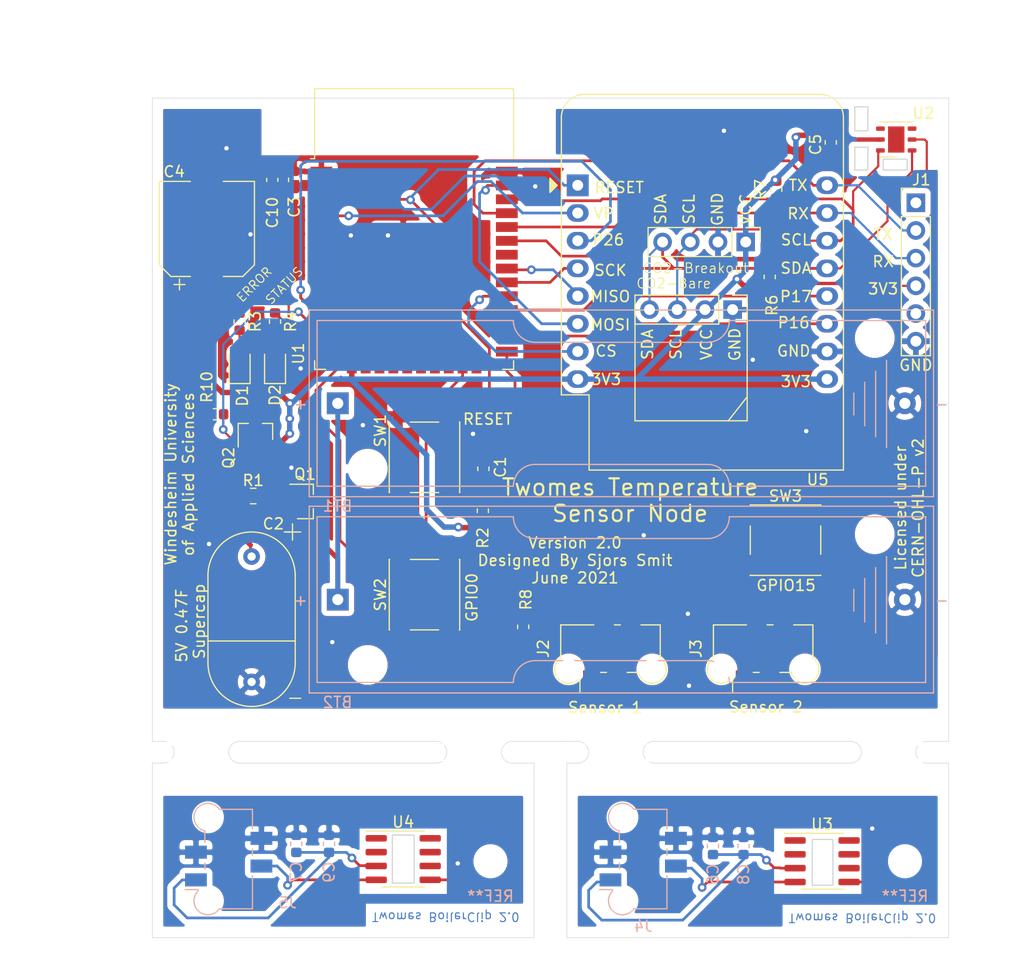
<source format=kicad_pcb>
(kicad_pcb (version 20171130) (host pcbnew "(5.1.7)-1")
  (layers (0 F.Cu signal) (31 B.Cu signal) (34 B.Paste user) (35 F.Paste user) (36 B.SilkS user) (37 F.SilkS user) (38 B.Mask user) (39 F.Mask user) (44 Edge.Cuts user))
  (net 0 "")
  (net 1 GND)
  (net 2 /Reset)
  (net 3 "Net-(C2-Pad1)")
  (net 4 VCC)
  (net 5 "Net-(D1-Pad2)")
  (net 6 "Net-(D2-Pad2)")
  (net 7 /FTDI_CTS)
  (net 8 "Net-(J1-Pad4)")
  (net 9 /RX0)
  (net 10 /TX0)
  (net 11 /FTDI_DTR)
  (net 12 "Net-(J4-Pad2)")
  (net 13 "Net-(J5-Pad2)")
  (net 14 /SwitchCap)
  (net 15 /LED_ERROR)
  (net 16 /LED_STATUS)
  (net 17 /ESP_SDA)
  (net 18 /ESP_SCL)
  (net 19 /GPIO0)
  (net 20 /BUTTON)
  (net 21 /ESP_MOSI)
  (net 22 "Net-(U1-Pad32)")
  (net 23 /ESP_MISO)
  (net 24 /ESP_SCK)
  (net 25 /ESP_CS)
  (net 26 /GPIO17)
  (net 27 /GPIO16)
  (net 28 "Net-(U1-Pad26)")
  (net 29 "Net-(U1-Pad24)")
  (net 30 "Net-(U1-Pad22)")
  (net 31 "Net-(U1-Pad21)")
  (net 32 "Net-(U1-Pad20)")
  (net 33 "Net-(U1-Pad19)")
  (net 34 "Net-(U1-Pad18)")
  (net 35 "Net-(U1-Pad17)")
  (net 36 "Net-(U1-Pad16)")
  (net 37 /WEMOS_D0)
  (net 38 "Net-(U1-Pad9)")
  (net 39 "Net-(U1-Pad8)")
  (net 40 "Net-(U1-Pad7)")
  (net 41 "Net-(U1-Pad6)")
  (net 42 "Net-(U1-Pad5)")
  (net 43 /WEMOS_A0)
  (net 44 "Net-(U2-Pad4)")
  (net 45 "Net-(U2-Pad3)")
  (net 46 "Net-(U3-Pad8)")
  (net 47 "Net-(U3-Pad7)")
  (net 48 "Net-(U3-Pad6)")
  (net 49 "Net-(U3-Pad2)")
  (net 50 "Net-(U3-Pad1)")
  (net 51 "Net-(U4-Pad8)")
  (net 52 "Net-(U4-Pad7)")
  (net 53 "Net-(U4-Pad6)")
  (net 54 "Net-(U4-Pad2)")
  (net 55 "Net-(U4-Pad1)")
  (net 56 /OneWire_Bus)
  (net 57 +BATT)
  (net 58 /Temp2GND)
  (net 59 /Temp2VCC)
  (net 60 /Temp1GND)
  (net 61 /Temp1VCC)
  (module Connector_PinHeader_2.54mm:PinHeader_1x04_P2.54mm_Vertical (layer F.Cu) (at 100.2 52.4 270)
    (fp_text reference CO2-Bare (at -2.4 5.4 180) (layer F.SilkS) (effects (font (size 0.9 0.9) (thickness 0.1))))
    (fp_text value Conn_01x04_Female)
    (pad 4 thru_hole oval (at 0 7.62 270) (size 1.7 1.7) (drill 1) (layers *.Cu *.Mask) (net 17 /ESP_SDA))
    (pad 3 thru_hole oval (at 0 5.08 270) (size 1.7 1.7) (drill 1) (layers *.Cu *.Mask) (net 18 /ESP_SCL))
    (pad 2 thru_hole oval (at 0 2.54 270) (size 1.7 1.7) (drill 1) (layers *.Cu *.Mask) (net 4 VCC))
    (pad 1 thru_hole rect (at 0 0 270) (size 1.7 1.7) (drill 1) (layers *.Cu *.Mask) (net 1 GND))
  )
  (module Capacitor_SMD:C_0603_1608Metric (layer F.Cu) (at 58 40.5 90)
    (fp_text reference C10 (at -3 0 90) (layer F.SilkS))
    (fp_text value 10uF)
    (pad 2 smd roundrect (at 0.775 0 90) (size 0.9 0.95) (layers F.Cu F.Paste F.Mask) (net 1 GND))
    (pad 1 smd roundrect (at -0.775 0 90) (size 0.9 0.95) (layers F.Cu F.Paste F.Mask) (net 4 VCC))
  )
  (module MountingHole:MountingHole_2.1mm (layer B.Cu) (at 78 103)
    (fp_text reference REF** (at 0 3.2) (layer B.SilkS) (effects (justify mirror)))
    (fp_text value MountingHole_2.1mm)
    (pad "" np_thru_hole circle (at 0 0) (size 2.1 2.1) (drill 2.1) (layers *.Cu *.Mask))
  )
  (module TwomesSensor_KiCad:Mousebite (layer F.Cu) (at 89.63 94)
    (fp_text reference "" hide)
    (fp_text value Mousebite)
    (pad "" np_thru_hole circle (at -2.54 0) (size 0.7874 0.7874) (drill 0.7874) (layers *.Cu *.Mask))
    (pad "" np_thru_hole circle (at -1.27 0) (size 0.7874 0.7874) (drill 0.7874) (layers *.Cu *.Mask))
    (pad "" np_thru_hole circle (at 2.54 0) (size 0.7874 0.7874) (drill 0.7874) (layers *.Cu *.Mask))
    (pad "" np_thru_hole circle (at 1.27 0) (size 0.7874 0.7874) (drill 0.7874) (layers *.Cu *.Mask))
    (pad "" np_thru_hole circle (at 0 0) (size 0.7874 0.7874) (drill 0.7874) (layers *.Cu *.Mask))
  )
  (module MountingHole:MountingHole_2.1mm (layer B.Cu) (at 116 103)
    (fp_text reference REF** (at 0 3.2) (layer B.SilkS) (effects (justify mirror)))
    (fp_text value MountingHole_2.1mm)
    (pad "" np_thru_hole circle (at 0 0) (size 2.1 2.1) (drill 2.1) (layers *.Cu *.Mask))
  )
  (module TwomesSensor_KiCad:Mousebite (layer F.Cu) (at 114.7 94)
    (fp_text reference REF** hide)
    (fp_text value Mousebite)
    (pad "" np_thru_hole circle (at -2.54 0) (size 0.7874 0.7874) (drill 0.7874) (layers *.Cu *.Mask))
    (pad "" np_thru_hole circle (at -1.27 0) (size 0.7874 0.7874) (drill 0.7874) (layers *.Cu *.Mask))
    (pad "" np_thru_hole circle (at 2.54 0) (size 0.7874 0.7874) (drill 0.7874) (layers *.Cu *.Mask))
    (pad "" np_thru_hole circle (at 1.27 0) (size 0.7874 0.7874) (drill 0.7874) (layers *.Cu *.Mask))
    (pad "" np_thru_hole circle (at 0 0) (size 0.7874 0.7874) (drill 0.7874) (layers *.Cu *.Mask))
  )
  (module Connector_Molex:Molex_Picoflex_90814-0004_2x02_P1.27mm_Vertical (layer B.Cu) (at 92 102.8)
    (fp_text reference J4 (at 0 6.16) (layer B.SilkS) (effects (justify mirror)))
    (fp_text value "Molex PicoFlex 90814")
    (pad "" np_thru_hole circle (at -1.9 -3.83) (size 1.9 1.9) (drill 1.9) (layers *.Cu *.Mask))
    (pad "" np_thru_hole circle (at -1.9 3.83) (size 1.9 1.9) (drill 1.9) (layers *.Cu *.Mask))
    (pad 4 smd rect (at 3 -1.9) (size 2 1.2) (layers B.Cu B.Paste B.Mask) (net 58 /Temp2GND))
    (pad 2 smd rect (at 3 0.64) (size 2 1.2) (layers B.Cu B.Paste B.Mask) (net 12 "Net-(J4-Pad2)"))
    (pad 3 smd rect (at -3 -0.63) (size 2 1.2) (layers B.Cu B.Paste B.Mask) (net 58 /Temp2GND))
    (pad 1 smd rect (at -3 1.91) (size 2 1.2) (layers B.Cu B.Paste B.Mask) (net 59 /Temp2VCC))
  )
  (module Capacitor_SMD:C_0603_1608Metric (layer B.Cu) (at 63.2 101.4 90)
    (fp_text reference C9 (at -2.6 0 270) (layer B.SilkS) (effects (justify mirror)))
    (fp_text value 100nF)
    (pad 2 smd roundrect (at 0.7875 0 90) (size 0.875 0.95) (layers B.Cu B.Paste B.Mask) (net 60 /Temp1GND))
    (pad 1 smd roundrect (at -0.7875 0 90) (size 0.875 0.95) (layers B.Cu B.Paste B.Mask) (net 61 /Temp1VCC))
  )
  (module Connector_Molex:Molex_Picoflex_90814-0004_2x02_P1.27mm_Vertical (layer B.Cu) (at 54 102.8)
    (fp_text reference J5 (at 5.4 4) (layer B.SilkS) (effects (justify mirror)))
    (fp_text value "Molex PicoFlex 90814")
    (pad "" np_thru_hole circle (at -1.9 -3.83) (size 1.9 1.9) (drill 1.9) (layers *.Cu *.Mask))
    (pad "" np_thru_hole circle (at -1.9 3.83) (size 1.9 1.9) (drill 1.9) (layers *.Cu *.Mask))
    (pad 4 smd rect (at 3 -1.9) (size 2 1.2) (layers B.Cu B.Paste B.Mask) (net 60 /Temp1GND))
    (pad 2 smd rect (at 3 0.64) (size 2 1.2) (layers B.Cu B.Paste B.Mask) (net 13 "Net-(J5-Pad2)"))
    (pad 3 smd rect (at -3 -0.63) (size 2 1.2) (layers B.Cu B.Paste B.Mask) (net 60 /Temp1GND))
    (pad 1 smd rect (at -3 1.91) (size 2 1.2) (layers B.Cu B.Paste B.Mask) (net 61 /Temp1VCC))
  )
  (module Capacitor_SMD:C_0603_1608Metric (layer B.Cu) (at 101.2 101.6 90)
    (fp_text reference C8 (at -2.6 0 270) (layer B.SilkS) (effects (justify mirror)))
    (fp_text value 100nF)
    (pad 2 smd roundrect (at 0.7875 0 90) (size 0.875 0.95) (layers B.Cu B.Paste B.Mask) (net 58 /Temp2GND))
    (pad 1 smd roundrect (at -0.7875 0 90) (size 0.875 0.95) (layers B.Cu B.Paste B.Mask) (net 59 /Temp2VCC))
  )
  (module Capacitor_SMD:C_0603_1608Metric (layer B.Cu) (at 60.2 101.4 90)
    (fp_text reference C7 (at -2.6 0 270) (layer B.SilkS) (effects (justify mirror)))
    (fp_text value 1uF)
    (pad 2 smd roundrect (at 0.7875 0 90) (size 0.875 0.95) (layers B.Cu B.Paste B.Mask) (net 60 /Temp1GND))
    (pad 1 smd roundrect (at -0.7875 0 90) (size 0.875 0.95) (layers B.Cu B.Paste B.Mask) (net 61 /Temp1VCC))
  )
  (module Capacitor_SMD:C_0603_1608Metric (layer B.Cu) (at 98.4 101.6 90)
    (fp_text reference C6 (at -2.6 0 270) (layer B.SilkS) (effects (justify mirror)))
    (fp_text value 1uF)
    (pad 2 smd roundrect (at 0.7875 0 90) (size 0.875 0.95) (layers B.Cu B.Paste B.Mask) (net 58 /Temp2GND))
    (pad 1 smd roundrect (at -0.7875 0 90) (size 0.875 0.95) (layers B.Cu B.Paste B.Mask) (net 59 /Temp2VCC))
  )
  (module Package_SO:SOIC-8_3.9x4.9mm_P1.27mm (layer F.Cu) (at 70 102.8)
    (fp_text reference U4 (at 0 -3.4) (layer F.SilkS))
    (fp_text value DS18B20Z)
    (pad 8 smd roundrect (at 2.475 -1.905) (size 1.95 0.6) (layers F.Cu F.Paste F.Mask) (net 51 "Net-(U4-Pad8)"))
    (pad 7 smd roundrect (at 2.475 -0.635) (size 1.95 0.6) (layers F.Cu F.Paste F.Mask) (net 52 "Net-(U4-Pad7)"))
    (pad 6 smd roundrect (at 2.475 0.635) (size 1.95 0.6) (layers F.Cu F.Paste F.Mask) (net 53 "Net-(U4-Pad6)"))
    (pad 5 smd roundrect (at 2.475 1.905) (size 1.95 0.6) (layers F.Cu F.Paste F.Mask) (net 60 /Temp1GND))
    (pad 4 smd roundrect (at -2.475 1.905) (size 1.95 0.6) (layers F.Cu F.Paste F.Mask) (net 13 "Net-(J5-Pad2)"))
    (pad 3 smd roundrect (at -2.475 0.635) (size 1.95 0.6) (layers F.Cu F.Paste F.Mask) (net 61 /Temp1VCC))
    (pad 2 smd roundrect (at -2.475 -0.635) (size 1.95 0.6) (layers F.Cu F.Paste F.Mask) (net 54 "Net-(U4-Pad2)"))
    (pad 1 smd roundrect (at -2.475 -1.905) (size 1.95 0.6) (layers F.Cu F.Paste F.Mask) (net 55 "Net-(U4-Pad1)"))
  )
  (module TwomesSensor_KiCad:Mousebite (layer F.Cu) (at 51.4 94)
    (fp_text reference "" hide)
    (fp_text value Mousebite)
    (pad "" np_thru_hole circle (at 0 0) (size 0.7874 0.7874) (drill 0.7874) (layers *.Cu *.Mask))
    (pad "" np_thru_hole circle (at 1.27 0) (size 0.7874 0.7874) (drill 0.7874) (layers *.Cu *.Mask))
    (pad "" np_thru_hole circle (at 2.54 0) (size 0.7874 0.7874) (drill 0.7874) (layers *.Cu *.Mask))
    (pad "" np_thru_hole circle (at -1.27 0) (size 0.7874 0.7874) (drill 0.7874) (layers *.Cu *.Mask))
    (pad "" np_thru_hole circle (at -2.54 0) (size 0.7874 0.7874) (drill 0.7874) (layers *.Cu *.Mask))
  )
  (module Package_SO:SOIC-8_3.9x4.9mm_P1.27mm (layer F.Cu) (at 108.4 103)
    (fp_text reference U3 (at 0 -3.4) (layer F.SilkS))
    (fp_text value DS18B20Z)
    (pad 8 smd roundrect (at 2.475 -1.905) (size 1.95 0.6) (layers F.Cu F.Paste F.Mask) (net 46 "Net-(U3-Pad8)"))
    (pad 7 smd roundrect (at 2.475 -0.635) (size 1.95 0.6) (layers F.Cu F.Paste F.Mask) (net 47 "Net-(U3-Pad7)"))
    (pad 6 smd roundrect (at 2.475 0.635) (size 1.95 0.6) (layers F.Cu F.Paste F.Mask) (net 48 "Net-(U3-Pad6)"))
    (pad 5 smd roundrect (at 2.475 1.905) (size 1.95 0.6) (layers F.Cu F.Paste F.Mask) (net 58 /Temp2GND))
    (pad 4 smd roundrect (at -2.475 1.905) (size 1.95 0.6) (layers F.Cu F.Paste F.Mask) (net 12 "Net-(J4-Pad2)"))
    (pad 3 smd roundrect (at -2.475 0.635) (size 1.95 0.6) (layers F.Cu F.Paste F.Mask) (net 59 /Temp2VCC))
    (pad 2 smd roundrect (at -2.475 -0.635) (size 1.95 0.6) (layers F.Cu F.Paste F.Mask) (net 49 "Net-(U3-Pad2)"))
    (pad 1 smd roundrect (at -2.475 -1.905) (size 1.95 0.6) (layers F.Cu F.Paste F.Mask) (net 50 "Net-(U3-Pad1)"))
  )
  (module TwomesSensor_KiCad:Mousebite (layer F.Cu) (at 76.47 94)
    (fp_text reference REF** hide)
    (fp_text value Mousebite)
    (pad "" np_thru_hole circle (at 0 0) (size 0.7874 0.7874) (drill 0.7874) (layers *.Cu *.Mask))
    (pad "" np_thru_hole circle (at 1.27 0) (size 0.7874 0.7874) (drill 0.7874) (layers *.Cu *.Mask))
    (pad "" np_thru_hole circle (at 2.54 0) (size 0.7874 0.7874) (drill 0.7874) (layers *.Cu *.Mask))
    (pad "" np_thru_hole circle (at -1.27 0) (size 0.7874 0.7874) (drill 0.7874) (layers *.Cu *.Mask))
    (pad "" np_thru_hole circle (at -2.54 0) (size 0.7874 0.7874) (drill 0.7874) (layers *.Cu *.Mask))
  )
  (module TwomesSensor_KiCad:Mousebite (layer F.Cu) (at 89.5 92)
    (fp_text reference REF** hide)
    (fp_text value Mousebite)
    (pad "" np_thru_hole circle (at 0 0) (size 0.7874 0.7874) (drill 0.7874) (layers *.Cu *.Mask))
    (pad "" np_thru_hole circle (at 1.27 0) (size 0.7874 0.7874) (drill 0.7874) (layers *.Cu *.Mask))
    (pad "" np_thru_hole circle (at 2.54 0) (size 0.7874 0.7874) (drill 0.7874) (layers *.Cu *.Mask))
    (pad "" np_thru_hole circle (at -1.27 0) (size 0.7874 0.7874) (drill 0.7874) (layers *.Cu *.Mask))
    (pad "" np_thru_hole circle (at -2.54 0) (size 0.7874 0.7874) (drill 0.7874) (layers *.Cu *.Mask))
  )
  (module TwomesSensor_KiCad:Mousebite (layer F.Cu) (at 114.7 92)
    (fp_text reference REF** hide)
    (fp_text value Mousebite)
    (pad "" np_thru_hole circle (at -2.54 0) (size 0.7874 0.7874) (drill 0.7874) (layers *.Cu *.Mask))
    (pad "" np_thru_hole circle (at -1.27 0) (size 0.7874 0.7874) (drill 0.7874) (layers *.Cu *.Mask))
    (pad "" np_thru_hole circle (at 2.54 0) (size 0.7874 0.7874) (drill 0.7874) (layers *.Cu *.Mask))
    (pad "" np_thru_hole circle (at 1.27 0) (size 0.7874 0.7874) (drill 0.7874) (layers *.Cu *.Mask))
    (pad "" np_thru_hole circle (at 0 0) (size 0.7874 0.7874) (drill 0.7874) (layers *.Cu *.Mask))
  )
  (module TwomesSensor_KiCad:Mousebite (layer F.Cu) (at 51.27 92)
    (fp_text reference REF** hide)
    (fp_text value Mousebite)
    (pad "" np_thru_hole circle (at -2.54 0) (size 0.7874 0.7874) (drill 0.7874) (layers *.Cu *.Mask))
    (pad "" np_thru_hole circle (at -1.27 0) (size 0.7874 0.7874) (drill 0.7874) (layers *.Cu *.Mask))
    (pad "" np_thru_hole circle (at 2.54 0) (size 0.7874 0.7874) (drill 0.7874) (layers *.Cu *.Mask))
    (pad "" np_thru_hole circle (at 1.27 0) (size 0.7874 0.7874) (drill 0.7874) (layers *.Cu *.Mask))
    (pad "" np_thru_hole circle (at 0 0) (size 0.7874 0.7874) (drill 0.7874) (layers *.Cu *.Mask))
  )
  (module TwomesSensor_KiCad:Mousebite (layer F.Cu) (at 76.47 92)
    (fp_text reference REF** hide)
    (fp_text value Mousebite)
    (pad "" np_thru_hole circle (at 0 0) (size 0.7874 0.7874) (drill 0.7874) (layers *.Cu *.Mask))
    (pad "" np_thru_hole circle (at 1.27 0) (size 0.7874 0.7874) (drill 0.7874) (layers *.Cu *.Mask))
    (pad "" np_thru_hole circle (at 2.54 0) (size 0.7874 0.7874) (drill 0.7874) (layers *.Cu *.Mask))
    (pad "" np_thru_hole circle (at -1.27 0) (size 0.7874 0.7874) (drill 0.7874) (layers *.Cu *.Mask))
    (pad "" np_thru_hole circle (at -2.54 0) (size 0.7874 0.7874) (drill 0.7874) (layers *.Cu *.Mask))
  )
  (module Connector_PinHeader_2.54mm:PinHeader_1x04_P2.54mm_Vertical (layer F.Cu) (at 101.4 46.2 270)
    (fp_text reference CO2-Breakout (at 2.4 4.6 180) (layer F.SilkS) (effects (font (size 0.9 0.9) (thickness 0.1))))
    (fp_text value Conn_01x04_Female)
    (pad 4 thru_hole oval (at 0 7.62 270) (size 1.7 1.7) (drill 1) (layers *.Cu *.Mask) (net 17 /ESP_SDA))
    (pad 3 thru_hole oval (at 0 5.08 270) (size 1.7 1.7) (drill 1) (layers *.Cu *.Mask) (net 18 /ESP_SCL))
    (pad 2 thru_hole oval (at 0 2.54 270) (size 1.7 1.7) (drill 1) (layers *.Cu *.Mask) (net 1 GND))
    (pad 1 thru_hole rect (at 0 0 270) (size 1.7 1.7) (drill 1) (layers *.Cu *.Mask) (net 4 VCC))
  )
  (module RF_Module:ESP32-WROOM-32 (layer F.Cu) (at 71 48)
    (fp_text reference U1 (at -10.61 8.43 90) (layer F.SilkS))
    (fp_text value ESP32-WROOM-32D)
    (pad 38 smd rect (at 8.5 -8.255) (size 2 0.9) (layers F.Cu F.Paste F.Mask) (net 1 GND))
    (pad 37 smd rect (at 8.5 -6.985) (size 2 0.9) (layers F.Cu F.Paste F.Mask) (net 21 /ESP_MOSI))
    (pad 36 smd rect (at 8.5 -5.715) (size 2 0.9) (layers F.Cu F.Paste F.Mask) (net 18 /ESP_SCL))
    (pad 35 smd rect (at 8.5 -4.445) (size 2 0.9) (layers F.Cu F.Paste F.Mask) (net 10 /TX0))
    (pad 34 smd rect (at 8.5 -3.175) (size 2 0.9) (layers F.Cu F.Paste F.Mask) (net 9 /RX0))
    (pad 33 smd rect (at 8.5 -1.905) (size 2 0.9) (layers F.Cu F.Paste F.Mask) (net 17 /ESP_SDA))
    (pad 32 smd rect (at 8.5 -0.635) (size 2 0.9) (layers F.Cu F.Paste F.Mask) (net 22 "Net-(U1-Pad32)"))
    (pad 31 smd rect (at 8.5 0.635) (size 2 0.9) (layers F.Cu F.Paste F.Mask) (net 23 /ESP_MISO))
    (pad 30 smd rect (at 8.5 1.905) (size 2 0.9) (layers F.Cu F.Paste F.Mask) (net 24 /ESP_SCK))
    (pad 29 smd rect (at 8.5 3.175) (size 2 0.9) (layers F.Cu F.Paste F.Mask) (net 25 /ESP_CS))
    (pad 28 smd rect (at 8.5 4.445) (size 2 0.9) (layers F.Cu F.Paste F.Mask) (net 26 /GPIO17))
    (pad 27 smd rect (at 8.5 5.715) (size 2 0.9) (layers F.Cu F.Paste F.Mask) (net 27 /GPIO16))
    (pad 26 smd rect (at 8.5 6.985) (size 2 0.9) (layers F.Cu F.Paste F.Mask) (net 28 "Net-(U1-Pad26)"))
    (pad 25 smd rect (at 8.5 8.255) (size 2 0.9) (layers F.Cu F.Paste F.Mask) (net 19 /GPIO0))
    (pad 24 smd rect (at 5.715 9.255 90) (size 2 0.9) (layers F.Cu F.Paste F.Mask) (net 29 "Net-(U1-Pad24)"))
    (pad 23 smd rect (at 4.445 9.255 90) (size 2 0.9) (layers F.Cu F.Paste F.Mask) (net 20 /BUTTON))
    (pad 22 smd rect (at 3.175 9.255 90) (size 2 0.9) (layers F.Cu F.Paste F.Mask) (net 30 "Net-(U1-Pad22)"))
    (pad 21 smd rect (at 1.905 9.255 90) (size 2 0.9) (layers F.Cu F.Paste F.Mask) (net 31 "Net-(U1-Pad21)"))
    (pad 20 smd rect (at 0.635 9.255 90) (size 2 0.9) (layers F.Cu F.Paste F.Mask) (net 32 "Net-(U1-Pad20)"))
    (pad 19 smd rect (at -0.635 9.255 90) (size 2 0.9) (layers F.Cu F.Paste F.Mask) (net 33 "Net-(U1-Pad19)"))
    (pad 18 smd rect (at -1.905 9.255 90) (size 2 0.9) (layers F.Cu F.Paste F.Mask) (net 34 "Net-(U1-Pad18)"))
    (pad 17 smd rect (at -3.175 9.255 90) (size 2 0.9) (layers F.Cu F.Paste F.Mask) (net 35 "Net-(U1-Pad17)"))
    (pad 16 smd rect (at -4.445 9.255 90) (size 2 0.9) (layers F.Cu F.Paste F.Mask) (net 36 "Net-(U1-Pad16)"))
    (pad 15 smd rect (at -5.715 9.255 90) (size 2 0.9) (layers F.Cu F.Paste F.Mask) (net 1 GND))
    (pad 14 smd rect (at -8.5 8.255) (size 2 0.9) (layers F.Cu F.Paste F.Mask) (net 16 /LED_STATUS))
    (pad 13 smd rect (at -8.5 6.985) (size 2 0.9) (layers F.Cu F.Paste F.Mask) (net 15 /LED_ERROR))
    (pad 12 smd rect (at -8.5 5.715) (size 2 0.9) (layers F.Cu F.Paste F.Mask) (net 14 /SwitchCap))
    (pad 11 smd rect (at -8.5 4.445) (size 2 0.9) (layers F.Cu F.Paste F.Mask) (net 37 /WEMOS_D0))
    (pad 10 smd rect (at -8.5 3.175) (size 2 0.9) (layers F.Cu F.Paste F.Mask) (net 56 /OneWire_Bus))
    (pad 9 smd rect (at -8.5 1.905) (size 2 0.9) (layers F.Cu F.Paste F.Mask) (net 38 "Net-(U1-Pad9)"))
    (pad 8 smd rect (at -8.5 0.635) (size 2 0.9) (layers F.Cu F.Paste F.Mask) (net 39 "Net-(U1-Pad8)"))
    (pad 7 smd rect (at -8.5 -0.635) (size 2 0.9) (layers F.Cu F.Paste F.Mask) (net 40 "Net-(U1-Pad7)"))
    (pad 6 smd rect (at -8.5 -1.905) (size 2 0.9) (layers F.Cu F.Paste F.Mask) (net 41 "Net-(U1-Pad6)"))
    (pad 5 smd rect (at -8.5 -3.175) (size 2 0.9) (layers F.Cu F.Paste F.Mask) (net 42 "Net-(U1-Pad5)"))
    (pad 4 smd rect (at -8.5 -4.445) (size 2 0.9) (layers F.Cu F.Paste F.Mask) (net 43 /WEMOS_A0))
    (pad 3 smd rect (at -8.5 -5.715) (size 2 0.9) (layers F.Cu F.Paste F.Mask) (net 2 /Reset))
    (pad 2 smd rect (at -8.5 -6.985) (size 2 0.9) (layers F.Cu F.Paste F.Mask) (net 4 VCC))
    (pad 1 smd rect (at -8.5 -8.255) (size 2 0.9) (layers F.Cu F.Paste F.Mask) (net 1 GND))
    (pad 39 smd rect (at -1 -0.755) (size 5 5) (layers F.Cu F.Paste F.Mask) (net 1 GND))
  )
  (module Battery:BatteryHolder_Keystone_2460_1xAA (layer B.Cu) (at 64 61)
    (fp_text reference BT1 (at -0.02 9.42 180) (layer B.SilkS) (effects (justify mirror)))
    (fp_text value LS14500)
    (fp_text user + (at -3.4 0.06) (layer B.SilkS) (effects (justify mirror)))
    (fp_text user - (at 55.37 0.06) (layer B.SilkS) (effects (justify mirror)))
    (pad 1 thru_hole rect (at 0 0 180) (size 2 2) (drill 1.02) (layers *.Cu *.Mask) (net 57 +BATT))
    (pad 2 thru_hole circle (at 51.99 0 180) (size 2 2) (drill 1.02) (layers *.Cu *.Mask) (net 1 GND))
    (pad "" np_thru_hole circle (at 49.23 -5.995) (size 2.64 2.64) (drill 2.64) (layers *.Cu *.Mask))
    (pad "" np_thru_hole circle (at 2.75 5.995 270) (size 2.64 2.64) (drill 2.64) (layers *.Cu *.Mask))
  )
  (module Resistor_SMD:R_0603_1608Metric (layer F.Cu) (at 77.3 70.85 90)
    (fp_text reference R2 (at -2.5 0 90) (layer F.SilkS))
    (fp_text value 10K)
    (pad 1 smd roundrect (at -0.7875 0 90) (size 0.875 0.95) (layers F.Cu F.Paste F.Mask) (net 4 VCC))
    (pad 2 smd roundrect (at 0.7875 0 90) (size 0.875 0.95) (layers F.Cu F.Paste F.Mask) (net 2 /Reset))
  )
  (module Button_Switch_SMD:SW_Push_1P1T_NO_6x6mm_H9.5mm (layer F.Cu) (at 71.95 65.95 90)
    (fp_text reference SW1 (at 2.45 -4.05 90) (layer F.SilkS))
    (fp_text value SW_Push)
    (pad 2 smd rect (at -3.975 2.25 90) (size 1.55 1.3) (layers F.Cu F.Paste F.Mask) (net 2 /Reset))
    (pad 1 smd rect (at -3.975 -2.25 90) (size 1.55 1.3) (layers F.Cu F.Paste F.Mask) (net 1 GND))
    (pad 1 smd rect (at 3.975 -2.25 90) (size 1.55 1.3) (layers F.Cu F.Paste F.Mask) (net 1 GND))
    (pad 2 smd rect (at 3.975 2.25 90) (size 1.55 1.3) (layers F.Cu F.Paste F.Mask) (net 2 /Reset))
  )
  (module Capacitor_SMD:C_0603_1608Metric (layer F.Cu) (at 77.35 67 90)
    (fp_text reference C1 (at 0.15 1.55 90) (layer F.SilkS))
    (fp_text value 1uF)
    (pad 1 smd roundrect (at -0.7875 0 90) (size 0.875 0.95) (layers F.Cu F.Paste F.Mask) (net 2 /Reset))
    (pad 2 smd roundrect (at 0.7875 0 90) (size 0.875 0.95) (layers F.Cu F.Paste F.Mask) (net 1 GND))
  )
  (module TwomesSensor_KiCad:Supercap-Dual-5V-8x16 (layer F.Cu) (at 56.1 75.05)
    (fp_text reference C2 (at 2 -3) (layer F.SilkS))
    (fp_text value 0.47F)
    (pad 2 thru_hole circle (at 0 11.5) (size 1.524 1.524) (drill 0.762) (layers *.Cu *.Mask) (net 1 GND))
    (pad 1 thru_hole circle (at 0 0) (size 1.524 1.524) (drill 0.762) (layers *.Cu *.Mask) (net 3 "Net-(C2-Pad1)"))
  )
  (module Package_DFN_QFN:DFN-6-1EP_3x3mm_P1mm_EP1.5x2.4mm (layer F.Cu) (at 115.2 36.8 180)
    (fp_text reference U2 (at -2.5 2.4) (layer F.SilkS))
    (fp_text value Si7051-A20)
    (pad 7 smd rect (at 0 0 180) (size 1.5 2.4) (layers F.Cu F.Mask))
    (pad 6 smd roundrect (at 1.45 -1 180) (size 0.8 0.4) (layers F.Cu F.Paste F.Mask) (net 18 /ESP_SCL))
    (pad 5 smd roundrect (at 1.45 0 180) (size 0.8 0.4) (layers F.Cu F.Paste F.Mask) (net 4 VCC))
    (pad 4 smd roundrect (at 1.45 1 180) (size 0.8 0.4) (layers F.Cu F.Paste F.Mask) (net 44 "Net-(U2-Pad4)"))
    (pad 3 smd roundrect (at -1.45 1 180) (size 0.8 0.4) (layers F.Cu F.Paste F.Mask) (net 45 "Net-(U2-Pad3)"))
    (pad 2 smd roundrect (at -1.45 0 180) (size 0.8 0.4) (layers F.Cu F.Paste F.Mask) (net 1 GND))
    (pad 1 smd roundrect (at -1.45 -1 180) (size 0.8 0.4) (layers F.Cu F.Paste F.Mask) (net 17 /ESP_SDA))
  )
  (module Resistor_SMD:R_0805_2012Metric (layer F.Cu) (at 56.25 69.5)
    (fp_text reference R1 (at 0 -1.43) (layer F.SilkS))
    (fp_text value 100R)
    (pad 2 smd roundrect (at 0.9375 0) (size 0.975 1.4) (layers F.Cu F.Paste F.Mask) (net 4 VCC))
    (pad 1 smd roundrect (at -0.9375 0) (size 0.975 1.4) (layers F.Cu F.Paste F.Mask) (net 3 "Net-(C2-Pad1)"))
  )
  (module Capacitor_SMD:CP_Elec_8x10.5 (layer F.Cu) (at 52 45 90)
    (fp_text reference C4 (at 5.25 -3 180) (layer F.SilkS))
    (fp_text value 470uF)
    (pad 2 smd roundrect (at 3.7 0 90) (size 4.4 2.5) (layers F.Cu F.Paste F.Mask) (roundrect_rratio 0.1) (net 1 GND))
    (pad 1 smd roundrect (at -3.7 0 90) (size 4.4 2.5) (layers F.Cu F.Paste F.Mask) (roundrect_rratio 0.1) (net 4 VCC))
  )
  (module Module:WEMOS_D1_mini_light (layer F.Cu) (at 86 41)
    (fp_text reference U5 (at 22 27) (layer F.SilkS))
    (fp_text value WeMos_D1_mini_breakout)
    (pad 16 thru_hole oval (at 22.86 0) (size 2 1.6) (drill 1) (layers *.Cu *.Mask) (net 10 /TX0))
    (pad 15 thru_hole oval (at 22.86 2.54) (size 2 1.6) (drill 1) (layers *.Cu *.Mask) (net 9 /RX0))
    (pad 14 thru_hole oval (at 22.86 5.08) (size 2 1.6) (drill 1) (layers *.Cu *.Mask) (net 18 /ESP_SCL))
    (pad 13 thru_hole oval (at 22.86 7.62) (size 2 1.6) (drill 1) (layers *.Cu *.Mask) (net 17 /ESP_SDA))
    (pad 12 thru_hole oval (at 22.86 10.16) (size 2 1.6) (drill 1) (layers *.Cu *.Mask) (net 26 /GPIO17))
    (pad 11 thru_hole oval (at 22.86 12.7) (size 2 1.6) (drill 1) (layers *.Cu *.Mask) (net 27 /GPIO16))
    (pad 10 thru_hole oval (at 22.86 15.24) (size 2 1.6) (drill 1) (layers *.Cu *.Mask) (net 1 GND))
    (pad 9 thru_hole oval (at 22.86 17.78) (size 2 1.6) (drill 1) (layers *.Cu *.Mask) (net 4 VCC))
    (pad 8 thru_hole oval (at 0 17.78) (size 2 1.6) (drill 1) (layers *.Cu *.Mask) (net 4 VCC))
    (pad 7 thru_hole oval (at 0 15.24) (size 2 1.6) (drill 1) (layers *.Cu *.Mask) (net 25 /ESP_CS))
    (pad 6 thru_hole oval (at 0 12.7) (size 2 1.6) (drill 1) (layers *.Cu *.Mask) (net 21 /ESP_MOSI))
    (pad 5 thru_hole oval (at 0 10.16) (size 2 1.6) (drill 1) (layers *.Cu *.Mask) (net 23 /ESP_MISO))
    (pad 4 thru_hole oval (at 0 7.62) (size 2 1.6) (drill 1) (layers *.Cu *.Mask) (net 24 /ESP_SCK))
    (pad 3 thru_hole oval (at 0 5.08) (size 2 1.6) (drill 1) (layers *.Cu *.Mask) (net 37 /WEMOS_D0))
    (pad 1 thru_hole rect (at 0 0) (size 2 2) (drill 1) (layers *.Cu *.Mask) (net 2 /Reset))
    (pad 2 thru_hole oval (at 0 2.54) (size 2 1.6) (drill 1) (layers *.Cu *.Mask) (net 43 /WEMOS_A0))
  )
  (module Button_Switch_SMD:SW_Push_1P1T_NO_6x6mm_H9.5mm (layer F.Cu) (at 105.05 73.55)
    (fp_text reference SW3 (at 0 -4.05) (layer F.SilkS))
    (fp_text value SW_Push)
    (pad 2 smd rect (at -3.975 2.25) (size 1.55 1.3) (layers F.Cu F.Paste F.Mask) (net 20 /BUTTON))
    (pad 1 smd rect (at -3.975 -2.25) (size 1.55 1.3) (layers F.Cu F.Paste F.Mask) (net 1 GND))
    (pad 1 smd rect (at 3.975 -2.25) (size 1.55 1.3) (layers F.Cu F.Paste F.Mask) (net 1 GND))
    (pad 2 smd rect (at 3.975 2.25) (size 1.55 1.3) (layers F.Cu F.Paste F.Mask) (net 20 /BUTTON))
  )
  (module Button_Switch_SMD:SW_Push_1P1T_NO_6x6mm_H9.5mm (layer F.Cu) (at 71.95 78.55 90)
    (fp_text reference SW2 (at 0 -4.05 90) (layer F.SilkS))
    (fp_text value SW_Push)
    (pad 2 smd rect (at -3.975 2.25 90) (size 1.55 1.3) (layers F.Cu F.Paste F.Mask) (net 19 /GPIO0))
    (pad 1 smd rect (at -3.975 -2.25 90) (size 1.55 1.3) (layers F.Cu F.Paste F.Mask) (net 1 GND))
    (pad 1 smd rect (at 3.975 -2.25 90) (size 1.55 1.3) (layers F.Cu F.Paste F.Mask) (net 1 GND))
    (pad 2 smd rect (at 3.975 2.25 90) (size 1.55 1.3) (layers F.Cu F.Paste F.Mask) (net 19 /GPIO0))
  )
  (module Resistor_SMD:R_0603_1608Metric (layer F.Cu) (at 52.75 62)
    (fp_text reference R10 (at -0.75 -2.5 90) (layer F.SilkS))
    (fp_text value 10k)
    (pad 2 smd roundrect (at 0.7875 0) (size 0.875 0.95) (layers F.Cu F.Paste F.Mask) (net 14 /SwitchCap))
    (pad 1 smd roundrect (at -0.7875 0) (size 0.875 0.95) (layers F.Cu F.Paste F.Mask) (net 4 VCC))
  )
  (module Resistor_SMD:R_0603_1608Metric (layer F.Cu) (at 81 81.5 270)
    (fp_text reference R8 (at -2.5 -0.25 90) (layer F.SilkS))
    (fp_text value 4k7)
    (pad 2 smd roundrect (at 0.7875 0 270) (size 0.875 0.95) (layers F.Cu F.Paste F.Mask) (net 4 VCC))
    (pad 1 smd roundrect (at -0.7875 0 270) (size 0.875 0.95) (layers F.Cu F.Paste F.Mask) (net 56 /OneWire_Bus))
  )
  (module Resistor_SMD:R_0603_1608Metric (layer F.Cu) (at 104.2 41.4 90)
    (fp_text reference R7 (at 0 -1.43 90) (layer F.SilkS))
    (fp_text value 10k)
    (pad 2 smd roundrect (at 0.7875 0 90) (size 0.875 0.95) (layers F.Cu F.Paste F.Mask) (net 4 VCC))
    (pad 1 smd roundrect (at -0.7875 0 90) (size 0.875 0.95) (layers F.Cu F.Paste F.Mask) (net 18 /ESP_SCL))
  )
  (module Resistor_SMD:R_0603_1608Metric (layer F.Cu) (at 103.6 49.4 270)
    (fp_text reference R6 (at 2.6 -0.2 90) (layer F.SilkS))
    (fp_text value 10k)
    (pad 2 smd roundrect (at 0.7875 0 270) (size 0.875 0.95) (layers F.Cu F.Paste F.Mask) (net 4 VCC))
    (pad 1 smd roundrect (at -0.7875 0 270) (size 0.875 0.95) (layers F.Cu F.Paste F.Mask) (net 17 /ESP_SDA))
  )
  (module Resistor_SMD:R_0603_1608Metric (layer F.Cu) (at 58.25 53.5 270)
    (fp_text reference R4 (at 0 -1.43 90) (layer F.SilkS))
    (fp_text value 1K)
    (pad 2 smd roundrect (at 0.7875 0 270) (size 0.875 0.95) (layers F.Cu F.Paste F.Mask) (net 6 "Net-(D2-Pad2)"))
    (pad 1 smd roundrect (at -0.7875 0 270) (size 0.875 0.95) (layers F.Cu F.Paste F.Mask) (net 16 /LED_STATUS))
  )
  (module Resistor_SMD:R_0603_1608Metric (layer F.Cu) (at 55 53.5 270)
    (fp_text reference R3 (at 0 -1.43 90) (layer F.SilkS))
    (fp_text value 1K)
    (pad 2 smd roundrect (at 0.7875 0 270) (size 0.875 0.95) (layers F.Cu F.Paste F.Mask) (net 5 "Net-(D1-Pad2)"))
    (pad 1 smd roundrect (at -0.7875 0 270) (size 0.875 0.95) (layers F.Cu F.Paste F.Mask) (net 15 /LED_ERROR))
  )
  (module Package_TO_SOT_SMD:SOT-23 (layer F.Cu) (at 56.45 63.6 90)
    (fp_text reference Q2 (at -2.4 -2.45 90) (layer F.SilkS))
    (fp_text value "PMV48XP,215 ")
    (pad 3 smd rect (at 1 0 90) (size 0.9 0.8) (layers F.Cu F.Paste F.Mask) (net 3 "Net-(C2-Pad1)"))
    (pad 2 smd rect (at -1 0.95 90) (size 0.9 0.8) (layers F.Cu F.Paste F.Mask) (net 4 VCC))
    (pad 1 smd rect (at -1 -0.95 90) (size 0.9 0.8) (layers F.Cu F.Paste F.Mask) (net 14 /SwitchCap))
  )
  (module Package_TO_SOT_SMD:SOT-23 (layer F.Cu) (at 61 70)
    (fp_text reference Q1 (at 0 -2.5) (layer F.SilkS))
    (fp_text value PMV48XP,215)
    (pad 3 smd rect (at 1 0) (size 0.9 0.8) (layers F.Cu F.Paste F.Mask) (net 57 +BATT))
    (pad 2 smd rect (at -1 0.95) (size 0.9 0.8) (layers F.Cu F.Paste F.Mask) (net 4 VCC))
    (pad 1 smd rect (at -1 -0.95) (size 0.9 0.8) (layers F.Cu F.Paste F.Mask) (net 1 GND))
  )
  (module Resistor_SMD:R_0201_0603Metric (layer F.Cu) (at 111.18 50 180)
    (fp_text reference JP1 hide)
    (fp_text value SolderJumper)
    (pad 2 smd roundrect (at 0.32 0 180) (size 0.46 0.4) (layers F.Cu F.Mask) (net 4 VCC))
    (pad 1 smd roundrect (at -0.32 0 180) (size 0.46 0.4) (layers F.Cu F.Mask) (net 8 "Net-(J1-Pad4)"))
  )
  (module Connector_Molex:Molex_Picoflex_90814-0004_2x02_P1.27mm_Vertical (layer F.Cu) (at 103 83.5 90)
    (fp_text reference J3 (at 0 -6.16 90) (layer F.SilkS))
    (fp_text value "Molex PicoFlex 90814")
    (pad "" np_thru_hole circle (at -1.9 3.83 90) (size 1.9 1.9) (drill 1.9) (layers *.Cu *.Mask))
    (pad "" np_thru_hole circle (at -1.9 -3.83 90) (size 1.9 1.9) (drill 1.9) (layers *.Cu *.Mask))
    (pad 4 smd rect (at 3 1.9 90) (size 2 1.2) (layers F.Cu F.Paste F.Mask) (net 1 GND))
    (pad 2 smd rect (at 3 -0.64 90) (size 2 1.2) (layers F.Cu F.Paste F.Mask) (net 56 /OneWire_Bus))
    (pad 3 smd rect (at -3 0.63 90) (size 2 1.2) (layers F.Cu F.Paste F.Mask) (net 1 GND))
    (pad 1 smd rect (at -3 -1.91 90) (size 2 1.2) (layers F.Cu F.Paste F.Mask) (net 4 VCC))
  )
  (module Connector_Molex:Molex_Picoflex_90814-0004_2x02_P1.27mm_Vertical (layer F.Cu) (at 89 83.5 90)
    (fp_text reference J2 (at 0 -6.16 90) (layer F.SilkS))
    (fp_text value "Molex PicoFlex 90814")
    (pad "" np_thru_hole circle (at -1.9 3.83 90) (size 1.9 1.9) (drill 1.9) (layers *.Cu *.Mask))
    (pad "" np_thru_hole circle (at -1.9 -3.83 90) (size 1.9 1.9) (drill 1.9) (layers *.Cu *.Mask))
    (pad 4 smd rect (at 3 1.9 90) (size 2 1.2) (layers F.Cu F.Paste F.Mask) (net 1 GND))
    (pad 2 smd rect (at 3 -0.64 90) (size 2 1.2) (layers F.Cu F.Paste F.Mask) (net 56 /OneWire_Bus))
    (pad 3 smd rect (at -3 0.63 90) (size 2 1.2) (layers F.Cu F.Paste F.Mask) (net 1 GND))
    (pad 1 smd rect (at -3 -1.91 90) (size 2 1.2) (layers F.Cu F.Paste F.Mask) (net 4 VCC))
  )
  (module Connector_PinHeader_2.54mm:PinHeader_1x06_P2.54mm_Vertical (layer F.Cu) (at 117 42.6)
    (fp_text reference J1 (at 0.5 -2.1) (layer F.SilkS))
    (fp_text value "Female header")
    (pad 6 thru_hole oval (at 0 12.7) (size 1.7 1.7) (drill 1) (layers *.Cu *.Mask) (net 1 GND))
    (pad 5 thru_hole oval (at 0 10.16) (size 1.7 1.7) (drill 1) (layers *.Cu *.Mask) (net 7 /FTDI_CTS))
    (pad 4 thru_hole oval (at 0 7.62) (size 1.7 1.7) (drill 1) (layers *.Cu *.Mask) (net 8 "Net-(J1-Pad4)"))
    (pad 3 thru_hole oval (at 0 5.08) (size 1.7 1.7) (drill 1) (layers *.Cu *.Mask) (net 9 /RX0))
    (pad 2 thru_hole oval (at 0 2.54) (size 1.7 1.7) (drill 1) (layers *.Cu *.Mask) (net 10 /TX0))
    (pad 1 thru_hole rect (at 0 0) (size 1.7 1.7) (drill 1) (layers *.Cu *.Mask) (net 11 /FTDI_DTR))
  )
  (module LED_SMD:LED_0805_2012Metric (layer F.Cu) (at 58.25 57.5 90)
    (fp_text reference D2 (at -2.75 0 90) (layer F.SilkS))
    (fp_text value GREEN_LED)
    (pad 2 smd roundrect (at 0.9375 0 90) (size 0.975 1.4) (layers F.Cu F.Paste F.Mask) (net 6 "Net-(D2-Pad2)"))
    (pad 1 smd roundrect (at -0.9375 0 90) (size 0.975 1.4) (layers F.Cu F.Paste F.Mask) (net 1 GND))
  )
  (module LED_SMD:LED_0805_2012Metric (layer F.Cu) (at 55 57.5 90)
    (fp_text reference D1 (at -2.8125 0.25 90) (layer F.SilkS))
    (fp_text value RED_LED)
    (pad 2 smd roundrect (at 0.9375 0 90) (size 0.975 1.4) (layers F.Cu F.Paste F.Mask) (net 5 "Net-(D1-Pad2)"))
    (pad 1 smd roundrect (at -0.9375 0 90) (size 0.975 1.4) (layers F.Cu F.Paste F.Mask) (net 1 GND))
  )
  (module Capacitor_SMD:C_0603_1608Metric (layer F.Cu) (at 109.2 37.0625 270)
    (fp_text reference C5 (at 0.2 1.4 90) (layer F.SilkS))
    (fp_text value 100nF)
    (pad 2 smd roundrect (at 0.7875 0 270) (size 0.875 0.95) (layers F.Cu F.Paste F.Mask) (net 1 GND))
    (pad 1 smd roundrect (at -0.7875 0 270) (size 0.875 0.95) (layers F.Cu F.Paste F.Mask) (net 4 VCC))
  )
  (module Capacitor_SMD:C_0603_1608Metric (layer F.Cu) (at 60 40.5 90)
    (fp_text reference C3 (at -2.5 0 90) (layer F.SilkS))
    (fp_text value 100nF)
    (pad 2 smd roundrect (at 0.7875 0 90) (size 0.875 0.95) (layers F.Cu F.Paste F.Mask) (net 1 GND))
    (pad 1 smd roundrect (at -0.7875 0 90) (size 0.875 0.95) (layers F.Cu F.Paste F.Mask) (net 4 VCC))
  )
  (module Battery:BatteryHolder_Keystone_2460_1xAA (layer B.Cu) (at 64 79)
    (fp_text reference BT2 (at -0.02 9.42 180) (layer B.SilkS) (effects (justify mirror)))
    (fp_text value LS14500)
    (fp_text user + (at -3.4 0.06) (layer B.SilkS) (effects (justify mirror)))
    (fp_text user - (at 55.37 0.06) (layer B.SilkS) (effects (justify mirror)))
    (pad 1 thru_hole rect (at 0 0 180) (size 2 2) (drill 1.02) (layers *.Cu *.Mask) (net 57 +BATT))
    (pad 2 thru_hole circle (at 51.99 0 180) (size 2 2) (drill 1.02) (layers *.Cu *.Mask) (net 1 GND))
    (pad "" np_thru_hole circle (at 49.23 -5.995) (size 2.64 2.64) (drill 2.64) (layers *.Cu *.Mask))
    (pad "" np_thru_hole circle (at 2.75 5.995 270) (size 2.64 2.64) (drill 2.64) (layers *.Cu *.Mask))
  )
  (gr_line (start 101.51 60.43) (end 99.8 62.6) (layer F.SilkS) (width 0.12))
  (gr_line (start 91.25 62.6) (end 91.25 52.33) (layer F.SilkS) (width 0.12))
  (gr_line (start 101.53 62.6) (end 91.25 62.6) (layer F.SilkS) (width 0.12))
  (gr_line (start 101.53 52) (end 101.53 62.6) (layer F.SilkS) (width 0.12))
  (gr_text "Licensed under\nCERN-OHL-P v2" (at 116.4 70.6 90) (layer F.SilkS) (effects (font (size 1 1))))
  (gr_text SDA (at 92.4 55.6 90) (layer F.SilkS) (effects (font (size 1 1))))
  (gr_text VCC (at 97.8 55.6 90) (layer F.SilkS) (effects (font (size 1 1))))
  (gr_text GND (at 100.4 55.6 90) (layer F.SilkS) (effects (font (size 1 1))))
  (gr_text SCL (at 95 55.6 90) (layer F.SilkS) (effects (font (size 1 1))))
  (gr_text "Windesheim University\nof Applied Sciences" (at 49.5 67.5 90) (layer F.SilkS) (effects (font (size 1 1))))
  (gr_line (start 112.6 37.5) (end 111.4 37.5) (layer Edge.Cuts) (width 0.1))
  (gr_line (start 111.4 36) (end 112.6 36) (layer Edge.Cuts) (width 0.1))
  (gr_text "Twomes BoilerClip 2.0" (at 73.9 108.1 180) (layer B.Cu) (effects (font (size 0.8 0.8) (thickness 0.1)) (justify mirror)))
  (gr_text "Twomes BoilerClip 2.0" (at 112.1 108.2 180) (layer B.Cu) (effects (font (size 0.8 0.8) (thickness 0.1)) (justify mirror)))
  (gr_line (start 69 105) (end 71 105) (layer Edge.Cuts) (width 0.1))
  (gr_line (start 120 94) (end 120 96) (layer Edge.Cuts) (width 0.05))
  (gr_arc (start 93 93) (end 93 92) (angle -180) (layer Edge.Cuts) (width 0.05))
  (gr_line (start 107.5 101) (end 107.5 105.2) (layer Edge.Cuts) (width 0.1))
  (gr_line (start 109.4 101) (end 107.5 101) (layer Edge.Cuts) (width 0.1))
  (gr_line (start 71 105) (end 71 100.6) (layer Edge.Cuts) (width 0.1))
  (gr_line (start 69 100.6) (end 69 105) (layer Edge.Cuts) (width 0.1))
  (gr_line (start 109.4 105.2) (end 109.4 101) (layer Edge.Cuts) (width 0.1))
  (gr_line (start 71 100.6) (end 69 100.6) (layer Edge.Cuts) (width 0.1))
  (gr_arc (start 111 93) (end 111 94) (angle -180) (layer Edge.Cuts) (width 0.05))
  (gr_line (start 118 94) (end 120 94) (layer Edge.Cuts) (width 0.05))
  (gr_line (start 85 96) (end 85 94) (layer Edge.Cuts) (width 0.05))
  (gr_line (start 93 94) (end 111 94) (layer Edge.Cuts) (width 0.05))
  (gr_arc (start 118 93) (end 118 92) (angle -180) (layer Edge.Cuts) (width 0.05))
  (gr_line (start 116 110) (end 120 110) (layer Edge.Cuts) (width 0.05))
  (gr_line (start 107.5 105.2) (end 109.4 105.2) (layer Edge.Cuts) (width 0.1))
  (gr_line (start 82 96) (end 82 94) (layer Edge.Cuts) (width 0.05))
  (gr_line (start 86 94) (end 85 94) (layer Edge.Cuts) (width 0.05))
  (gr_line (start 85 110) (end 116 110) (layer Edge.Cuts) (width 0.05))
  (gr_line (start 82 110) (end 82 96) (layer Edge.Cuts) (width 0.05))
  (gr_line (start 55 94) (end 73 94) (layer Edge.Cuts) (width 0.05))
  (gr_arc (start 80 93) (end 80 92) (angle -180) (layer Edge.Cuts) (width 0.05))
  (gr_line (start 85 96) (end 85 110) (layer Edge.Cuts) (width 0.05))
  (gr_arc (start 86 93) (end 86 94) (angle -180) (layer Edge.Cuts) (width 0.05))
  (gr_line (start 120 110) (end 120 96) (layer Edge.Cuts) (width 0.05))
  (gr_arc (start 48 93) (end 48 94) (angle -180) (layer Edge.Cuts) (width 0.05))
  (gr_line (start 47 96) (end 47 110) (layer Edge.Cuts) (width 0.05))
  (gr_line (start 78 110) (end 82 110) (layer Edge.Cuts) (width 0.05))
  (gr_line (start 47 96) (end 47 94) (layer Edge.Cuts) (width 0.05))
  (gr_line (start 48 94) (end 47 94) (layer Edge.Cuts) (width 0.05))
  (gr_arc (start 55 93) (end 55 92) (angle -180) (layer Edge.Cuts) (width 0.05))
  (gr_line (start 80 94) (end 82 94) (layer Edge.Cuts) (width 0.05))
  (gr_arc (start 73 93) (end 73 94) (angle -180) (layer Edge.Cuts) (width 0.05))
  (gr_line (start 47 110) (end 78 110) (layer Edge.Cuts) (width 0.05))
  (gr_text P26 (at 88.8 46) (layer F.SilkS) (effects (font (size 1 1))))
  (gr_text RESET (at 89.8 41.2) (layer F.SilkS) (effects (font (size 1 1))))
  (gr_text VP (at 88.4 43.6) (layer F.SilkS) (effects (font (size 1 1))))
  (gr_text SCK (at 89 48.8) (layer F.SilkS) (effects (font (size 1 1))))
  (gr_text MISO (at 89 51.2) (layer F.SilkS) (effects (font (size 1 1))))
  (gr_text MOSI (at 89 53.8) (layer F.SilkS) (effects (font (size 1 1))))
  (gr_text CS (at 88.6 56.2) (layer F.SilkS) (effects (font (size 1 1))))
  (gr_text 3V3 (at 88.6 58.8) (layer F.SilkS) (effects (font (size 1 1))))
  (gr_text 3V3 (at 106 59) (layer F.SilkS) (effects (font (size 1 1))))
  (gr_text GND (at 105.8 56.2) (layer F.SilkS) (effects (font (size 1 1))))
  (gr_text P16 (at 105.8 53.6) (layer F.SilkS) (effects (font (size 1 1))))
  (gr_text P17 (at 106 51.2) (layer F.SilkS) (effects (font (size 1 1))))
  (gr_text SDA (at 106 48.6) (layer F.SilkS) (effects (font (size 1 1))))
  (gr_text SCL (at 106 46) (layer F.SilkS) (effects (font (size 1 1))))
  (gr_text RX (at 106.2 43.6) (layer F.SilkS) (effects (font (size 1 1))))
  (gr_text TX (at 106.2 41) (layer F.SilkS) (effects (font (size 1 1))))
  (gr_text VCC (at 101.4 43.2 90) (layer F.SilkS) (effects (font (size 1 1))))
  (gr_text GND (at 98.8 43.2 90) (layer F.SilkS) (effects (font (size 1 1))))
  (gr_text SCL (at 96.2 43.2 90) (layer F.SilkS) (effects (font (size 1 1))))
  (gr_text SDA (at 93.6 43.2 90) (layer F.SilkS) (effects (font (size 1 1))))
  (gr_line (start 112.6 33.8) (end 112.6 36) (layer Edge.Cuts) (width 0.1))
  (gr_line (start 111.4 33.8) (end 112.6 33.8) (layer Edge.Cuts) (width 0.1))
  (gr_line (start 111.4 36) (end 111.4 33.8) (layer Edge.Cuts) (width 0.1))
  (gr_line (start 112.6 37.5) (end 112.6 39.6) (layer Edge.Cuts) (width 0.1))
  (gr_line (start 111.4 39.6) (end 111.4 37.5) (layer Edge.Cuts) (width 0.1))
  (gr_line (start 112.6 39.6) (end 111.4 39.6) (layer Edge.Cuts) (width 0.1))
  (gr_line (start 116.2 38.6) (end 116.2 39.6) (layer Edge.Cuts) (width 0.1))
  (gr_line (start 114 38.6) (end 116.2 38.6) (layer Edge.Cuts) (width 0.1))
  (gr_line (start 114 39.6) (end 114 38.6) (layer Edge.Cuts) (width 0.1))
  (gr_line (start 116.2 39.6) (end 114 39.6) (layer Edge.Cuts) (width 0.1))
  (gr_text "Sensor 2" (at 103.25 88.85) (layer F.SilkS) (effects (font (size 1 1))))
  (gr_text "Sensor 1" (at 88.5 88.9) (layer F.SilkS) (effects (font (size 1 1))))
  (gr_text "Twomes Sensor\nV2.0\nJune 2021" (at 114.05 86.75) (layer F.Cu) (effects (font (size 0.8 0.8) (thickness 0.1))))
  (gr_text "5V 0.47F \nSupercap" (at 50.5 81 90) (layer F.SilkS) (effects (font (size 1 1))))
  (gr_text ERROR (at 56.35 50.1 45) (layer F.SilkS) (effects (font (size 0.8 0.8) (thickness 0.1))))
  (gr_text STATUS (at 59.1 50.2 45) (layer F.SilkS) (effects (font (size 0.8 0.8) (thickness 0.1))))
  (gr_text RESET (at 77.75 62.45) (layer F.SilkS) (effects (font (size 1 1))))
  (gr_text GPIO0 (at 76.3 78.8 90) (layer F.SilkS) (effects (font (size 1 1))))
  (gr_text GPIO15 (at 105.1 77.7) (layer F.SilkS) (effects (font (size 1 1))))
  (gr_text "Version 2.0\nDesigned By Sjors Smit\nJune 2021" (at 85.75 75.4) (layer F.SilkS) (effects (font (size 1 1))))
  (gr_text "Twomes Temperature\nSensor Node" (at 90.8 69.9) (layer F.SilkS) (effects (font (size 1.5 1.5) (thickness 0.2))))
  (gr_text GND (at 117 57.5) (layer F.SilkS) (effects (font (size 1 1))))
  (gr_text 3V3 (at 114 50.5) (layer F.SilkS) (effects (font (size 1 1))))
  (gr_text TX (at 114 45.5) (layer F.SilkS) (effects (font (size 1 1))))
  (gr_text RX (at 114 48) (layer F.SilkS) (effects (font (size 1 1))))
  (gr_line (start 118 92) (end 120 92) (layer Edge.Cuts) (width 0.05))
  (gr_line (start 85 92) (end 84 92) (layer Edge.Cuts) (width 0.05))
  (gr_line (start 111 92) (end 93 92) (layer Edge.Cuts) (width 0.05))
  (gr_line (start 85 92) (end 86 92) (layer Edge.Cuts) (width 0.05))
  (gr_line (start 73 92) (end 55 92) (layer Edge.Cuts) (width 0.05))
  (gr_line (start 80 92) (end 84 92) (layer Edge.Cuts) (width 0.05))
  (gr_line (start 47 92) (end 48 92) (layer Edge.Cuts) (width 0.05))
  (gr_line (start 120 92) (end 120 90) (layer Edge.Cuts) (width 0.05))
  (gr_line (start 47 90) (end 47 92) (layer Edge.Cuts) (width 0.05))
  (gr_line (start 120 90) (end 120 33) (layer Edge.Cuts) (width 0.05))
  (gr_line (start 47 33) (end 47 90) (layer Edge.Cuts) (width 0.05))
  (gr_line (start 120 33) (end 47 33) (layer Edge.Cuts) (width 0.05))
  (via (at 68.6 45.6) (size 0.8) (drill 0.4) (layers F.Cu B.Cu) (net 1))
  (segment (start 116.65 36.8) (end 117.8 36.8) (width 0.2) (layer F.Cu) (net 1))
  (segment (start 117.8 36.8) (end 118 37) (width 0.2) (layer F.Cu) (net 1))
  (segment (start 118 37) (end 118 40) (width 0.2) (layer F.Cu) (net 1))
  (via (at 65.2 45.6) (size 0.8) (drill 0.4) (layers F.Cu B.Cu) (net 1))
  (via (at 53.8 37.6) (size 0.8) (drill 0.4) (layers F.Cu B.Cu) (net 1))
  (via (at 56 45.5) (size 0.8) (drill 0.4) (layers F.Cu B.Cu) (net 1))
  (via (at 99.4 36) (size 0.8) (drill 0.4) (layers F.Cu B.Cu) (net 1))
  (via (at 60.6 57.8) (size 0.8) (drill 0.4) (layers F.Cu B.Cu) (net 1))
  (via (at 59.75 66.9) (size 0.8) (drill 0.4) (layers F.Cu B.Cu) (net 1))
  (via (at 52.2 73.9) (size 0.8) (drill 0.4) (layers F.Cu B.Cu) (net 1))
  (via (at 63.5 82.9) (size 0.8) (drill 0.4) (layers F.Cu B.Cu) (net 1))
  (via (at 92.05 73.1) (size 0.8) (drill 0.4) (layers F.Cu B.Cu) (net 1))
  (via (at 106.95 63.55) (size 0.8) (drill 0.4) (layers F.Cu B.Cu) (net 1))
  (via (at 102.05 57) (size 0.8) (drill 0.4) (layers F.Cu B.Cu) (net 1))
  (via (at 76.4 63.8) (size 0.8) (drill 0.4) (layers F.Cu B.Cu) (net 1))
  (via (at 66.3 63) (size 0.8) (drill 0.4) (layers F.Cu B.Cu) (net 1))
  (segment (start 80.75 39.745) (end 82.105 41.1) (width 0.25) (layer F.Cu) (net 1))
  (segment (start 79.5 39.745) (end 80.75 39.745) (width 0.25) (layer F.Cu) (net 1))
  (segment (start 82.105 41.1) (end 82.105 41.1) (width 0.25) (layer F.Cu) (net 1))
  (via (at 82.105 41.1) (size 0.8) (drill 0.4) (layers F.Cu B.Cu) (net 1))
  (segment (start 82.105 41.1) (end 79.55 41.1) (width 0.25) (layer B.Cu) (net 1))
  (segment (start 79.55 41.1) (end 78.6 40.15) (width 0.25) (layer B.Cu) (net 1))
  (segment (start 78.6 40.15) (end 75.65 40.15) (width 0.25) (layer B.Cu) (net 1))
  (segment (start 75.65 40.15) (end 72.6 43.2) (width 0.25) (layer B.Cu) (net 1))
  (segment (start 72.6 43.2) (end 70.1 43.2) (width 0.25) (layer B.Cu) (net 1))
  (segment (start 70.1 43.2) (end 69.8 42.9) (width 0.25) (layer B.Cu) (net 1))
  (via (at 96.2 86.9) (size 0.8) (drill 0.4) (layers F.Cu B.Cu) (net 1))
  (via (at 96.1 80.3) (size 0.8) (drill 0.4) (layers F.Cu B.Cu) (net 1))
  (segment (start 70.625002 42.285) (end 70.670001 42.329999) (width 0.25) (layer F.Cu) (net 2))
  (segment (start 62.5 42.285) (end 70.625002 42.285) (width 0.25) (layer F.Cu) (net 2))
  (segment (start 74.75 46.409998) (end 74.75 52.75) (width 0.25) (layer F.Cu) (net 2))
  (segment (start 84.75 41) (end 83.35 39.6) (width 0.25) (layer B.Cu) (net 2))
  (segment (start 86 41) (end 84.75 41) (width 0.25) (layer B.Cu) (net 2))
  (segment (start 83.35 39.55) (end 73.2 39.55) (width 0.25) (layer B.Cu) (net 2))
  (segment (start 73.2 39.6) (end 70.6 42.2) (width 0.25) (layer B.Cu) (net 2))
  (segment (start 70.670001 42.329999) (end 74.75 46.409998) (width 0.25) (layer F.Cu) (net 2))
  (via (at 70.670001 42.329999) (size 0.8) (drill 0.4) (layers F.Cu B.Cu) (net 2))
  (segment (start 77.35 70.0125) (end 77.3 70.0625) (width 0.25) (layer F.Cu) (net 2))
  (segment (start 77.35 67.7875) (end 77.35 70.0125) (width 0.25) (layer F.Cu) (net 2))
  (segment (start 77.35 68.225) (end 77.35 67.7875) (width 0.25) (layer F.Cu) (net 2))
  (segment (start 75.65 69.925) (end 77.35 68.225) (width 0.25) (layer F.Cu) (net 2))
  (segment (start 74.2 69.925) (end 75.65 69.925) (width 0.25) (layer F.Cu) (net 2))
  (segment (start 77.825 67.7875) (end 78.75 66.8625) (width 0.25) (layer F.Cu) (net 2))
  (segment (start 77.35 67.7875) (end 77.825 67.7875) (width 0.25) (layer F.Cu) (net 2))
  (segment (start 78.75 66.8625) (end 78.75 61.65) (width 0.25) (layer F.Cu) (net 2))
  (segment (start 77.9 60.8) (end 77.9 55.95) (width 0.25) (layer F.Cu) (net 2))
  (segment (start 78.75 61.65) (end 77.9 60.8) (width 0.25) (layer F.Cu) (net 2))
  (segment (start 74.75 52.75) (end 77.9 55.95) (width 0.25) (layer F.Cu) (net 2))
  (segment (start 74.2 61.975) (end 74.2 69.925) (width 0.25) (layer F.Cu) (net 2))
  (segment (start 55.3125 73.3125) (end 56 74) (width 0.45) (layer F.Cu) (net 3))
  (segment (start 55.3125 69.5) (end 55.3125 73.3125) (width 0.45) (layer F.Cu) (net 3))
  (segment (start 55.3125 69.5) (end 56.5 68.3125) (width 0.45) (layer F.Cu) (net 3))
  (segment (start 56.45 68.2625) (end 56.45 62.6) (width 0.45) (layer F.Cu) (net 3))
  (segment (start 56.5 68.3125) (end 56.45 68.2625) (width 0.45) (layer F.Cu) (net 3))
  (segment (start 56 74.95) (end 56.1 75.05) (width 0.25) (layer F.Cu) (net 3))
  (segment (start 56 74) (end 56 74.95) (width 0.25) (layer F.Cu) (net 3))
  (segment (start 57.4 69.25) (end 57.4 64.6) (width 0.5) (layer F.Cu) (net 4))
  (segment (start 60 70.95) (end 59.1 70.95) (width 0.5) (layer F.Cu) (net 4))
  (segment (start 59.1 70.95) (end 57.4 69.25) (width 0.5) (layer F.Cu) (net 4))
  (segment (start 101.09 87.75) (end 100.59 88.25) (width 0.5) (layer F.Cu) (net 4))
  (segment (start 101.09 86.5) (end 101.09 87.75) (width 0.5) (layer F.Cu) (net 4))
  (segment (start 87.09 87.5) (end 87.09 86.25) (width 0.5) (layer F.Cu) (net 4))
  (segment (start 100.59 88.25) (end 87.84 88.25) (width 0.5) (layer F.Cu) (net 4))
  (segment (start 60 82.25) (end 60 70.95) (width 0.5) (layer F.Cu) (net 4))
  (segment (start 66 88.25) (end 60 82.25) (width 0.5) (layer F.Cu) (net 4))
  (segment (start 109.2 36.4125) (end 110.6125 36.4125) (width 0.5) (layer F.Cu) (net 4))
  (segment (start 111 36.8) (end 113.75 36.8) (width 0.4) (layer F.Cu) (net 4))
  (segment (start 110.6125 36.4125) (end 111 36.8) (width 0.5) (layer F.Cu) (net 4))
  (segment (start 59.6 63.774999) (end 59.6 63.774999) (width 0.5) (layer B.Cu) (net 4))
  (via (at 59.6 63.774999) (size 0.8) (drill 0.4) (layers F.Cu B.Cu) (net 4))
  (segment (start 80.78 58.78) (end 86 58.78) (width 0.5) (layer B.Cu) (net 4))
  (segment (start 81 86.2) (end 83.05 88.25) (width 0.5) (layer F.Cu) (net 4))
  (segment (start 81 82.2875) (end 81 86.2) (width 0.5) (layer F.Cu) (net 4))
  (segment (start 87.84 88.25) (end 83.05 88.25) (width 0.5) (layer F.Cu) (net 4))
  (segment (start 83.05 88.25) (end 66 88.25) (width 0.5) (layer F.Cu) (net 4))
  (segment (start 87.84 88.25) (end 87.09 87.5) (width 0.5) (layer F.Cu) (net 4))
  (segment (start 103.9875 40.6125) (end 104.1 40.5) (width 0.5) (layer F.Cu) (net 4))
  (segment (start 109.2 36.4125) (end 106.1875 36.4125) (width 0.5) (layer F.Cu) (net 4))
  (segment (start 106.1875 36.4125) (end 106 36.6) (width 0.5) (layer F.Cu) (net 4))
  (via (at 100.6 49.6) (size 0.8) (drill 0.4) (layers F.Cu B.Cu) (net 4))
  (segment (start 104.1 40.5) (end 104.2 40.4) (width 0.5) (layer F.Cu) (net 4))
  (via (at 104.1 40.5) (size 0.8) (drill 0.4) (layers F.Cu B.Cu) (net 4))
  (segment (start 106 36.6) (end 106 36.6) (width 0.5) (layer F.Cu) (net 4))
  (via (at 106 36.6) (size 0.8) (drill 0.4) (layers F.Cu B.Cu) (net 4))
  (segment (start 106 38.6) (end 104.1 40.5) (width 0.5) (layer B.Cu) (net 4))
  (segment (start 106 36.6) (end 106 38.6) (width 0.5) (layer B.Cu) (net 4))
  (segment (start 91.42 58.78) (end 86 58.78) (width 0.5) (layer B.Cu) (net 4))
  (segment (start 100.8 49.4) (end 91.42 58.78) (width 0.5) (layer B.Cu) (net 4))
  (segment (start 101.1875 50.1875) (end 100.6 49.6) (width 0.5) (layer F.Cu) (net 4))
  (segment (start 102.8 50.1875) (end 101.1875 50.1875) (width 0.5) (layer F.Cu) (net 4))
  (segment (start 76.825 71.6375) (end 76.0625 72.4) (width 0.5) (layer F.Cu) (net 4))
  (segment (start 77.3 71.6375) (end 76.825 71.6375) (width 0.5) (layer F.Cu) (net 4))
  (segment (start 76.0625 72.4) (end 75.1 72.4) (width 0.5) (layer F.Cu) (net 4))
  (segment (start 75.1 72.4) (end 75.1 72.4) (width 0.5) (layer F.Cu) (net 4))
  (segment (start 64.07 58.78) (end 65.18 58.78) (width 0.5) (layer B.Cu) (net 4))
  (segment (start 64.07 58.78) (end 80.78 58.78) (width 0.5) (layer B.Cu) (net 4))
  (segment (start 65.18 58.78) (end 67.45 61.05) (width 0.5) (layer B.Cu) (net 4))
  (segment (start 67.45 61.05) (end 72.15 65.75) (width 0.5) (layer B.Cu) (net 4))
  (segment (start 72.15 65.75) (end 72.15 70.75) (width 0.5) (layer B.Cu) (net 4))
  (segment (start 72.15 70.75) (end 73.75 72.35) (width 0.5) (layer B.Cu) (net 4))
  (segment (start 73.75 72.35) (end 75.05 72.35) (width 0.5) (layer B.Cu) (net 4))
  (segment (start 75.05 72.35) (end 75.05 72.35) (width 0.5) (layer B.Cu) (net 4))
  (via (at 75.05 72.35) (size 0.8) (drill 0.4) (layers F.Cu B.Cu) (net 4))
  (segment (start 59.6 62.4) (end 59.6 63.774999) (width 0.5) (layer B.Cu) (net 4))
  (segment (start 59.6 61.2) (end 59.6 62.4) (width 0.5) (layer B.Cu) (net 4))
  (segment (start 62.02 58.78) (end 59.6 61.2) (width 0.5) (layer B.Cu) (net 4))
  (segment (start 64.07 58.78) (end 62.02 58.78) (width 0.5) (layer B.Cu) (net 4))
  (segment (start 52 61.9625) (end 51.9625 62) (width 1) (layer F.Cu) (net 4))
  (segment (start 52 46.5) (end 52 48.7) (width 1) (layer F.Cu) (net 4))
  (segment (start 57.485 41.015) (end 52 46.5) (width 1) (layer F.Cu) (net 4))
  (segment (start 62.5 41.015) (end 57.485 41.015) (width 1) (layer F.Cu) (net 4))
  (segment (start 59.6 63.774999) (end 59.6 62.4) (width 0.5) (layer F.Cu) (net 4))
  (segment (start 52 58.6) (end 52 61.9625) (width 1) (layer F.Cu) (net 4))
  (segment (start 52 48.7) (end 52 58.6) (width 1) (layer F.Cu) (net 4))
  (segment (start 59.6 63.774999) (end 58.774999 64.6) (width 0.5) (layer F.Cu) (net 4))
  (segment (start 58.774999 64.6) (end 57.4 64.6) (width 0.5) (layer F.Cu) (net 4))
  (segment (start 59.6 62.4) (end 59.6 62.4) (width 0.5) (layer F.Cu) (net 4))
  (via (at 59.6 62.4) (size 0.8) (drill 0.4) (layers F.Cu B.Cu) (net 4))
  (segment (start 59.6 61) (end 59.6 62.4) (width 0.5) (layer F.Cu) (net 4))
  (segment (start 59.6 61) (end 59.6 61) (width 0.5) (layer F.Cu) (net 4))
  (via (at 59.6 61) (size 0.8) (drill 0.4) (layers F.Cu B.Cu) (net 4))
  (segment (start 53.4 60) (end 52 58.6) (width 0.5) (layer F.Cu) (net 4))
  (segment (start 59.6 61) (end 58.6 60) (width 0.5) (layer F.Cu) (net 4))
  (segment (start 58.6 60) (end 53.4 60) (width 0.5) (layer F.Cu) (net 4))
  (segment (start 102.8 50.1875) (end 103.6 50.1875) (width 0.5) (layer F.Cu) (net 4))
  (segment (start 110.86 50) (end 105.8 50) (width 0.3) (layer F.Cu) (net 4))
  (segment (start 105.6125 50.1875) (end 103.6 50.1875) (width 0.3) (layer F.Cu) (net 4))
  (segment (start 105.8 50) (end 105.6125 50.1875) (width 0.3) (layer F.Cu) (net 4))
  (segment (start 91.42 58.78) (end 108.86 58.78) (width 0.5) (layer B.Cu) (net 4))
  (segment (start 101.4 48.8) (end 101.4 46.2) (width 0.5) (layer B.Cu) (net 4))
  (segment (start 100.6 49.6) (end 101.4 48.8) (width 0.5) (layer B.Cu) (net 4))
  (segment (start 101.4 43.2) (end 104.1 40.5) (width 0.5) (layer B.Cu) (net 4))
  (segment (start 101.4 46.2) (end 101.4 43.2) (width 0.5) (layer B.Cu) (net 4))
  (segment (start 55 54.725) (end 55 56.5625) (width 0.2) (layer F.Cu) (net 5))
  (segment (start 55 54.2875) (end 55 54.725) (width 0.2) (layer F.Cu) (net 5))
  (segment (start 58.25 54.225) (end 58.25 56.5) (width 0.2) (layer F.Cu) (net 6))
  (segment (start 117 50.22) (end 114.53 50.22) (width 0.2) (layer F.Cu) (net 8))
  (segment (start 114.31 50) (end 114.53 50.22) (width 0.25) (layer F.Cu) (net 8))
  (segment (start 111.5 50) (end 114.31 50) (width 0.25) (layer F.Cu) (net 8))
  (segment (start 108.86 43.54) (end 90.71 43.54) (width 0.25) (layer F.Cu) (net 9))
  (segment (start 89.425 44.825) (end 79.5 44.825) (width 0.25) (layer F.Cu) (net 9))
  (segment (start 90.71 43.54) (end 89.425 44.825) (width 0.25) (layer F.Cu) (net 9))
  (segment (start 117 47.68) (end 115.18 47.68) (width 0.2) (layer B.Cu) (net 9))
  (segment (start 111.04 43.54) (end 108.86 43.54) (width 0.2) (layer B.Cu) (net 9))
  (segment (start 115.18 47.68) (end 111.04 43.54) (width 0.2) (layer B.Cu) (net 9))
  (segment (start 107.61 41) (end 105.36 38.75) (width 0.25) (layer F.Cu) (net 10))
  (segment (start 108.86 41) (end 107.61 41) (width 0.25) (layer F.Cu) (net 10))
  (segment (start 105.36 38.75) (end 77.5 38.75) (width 0.25) (layer F.Cu) (net 10))
  (segment (start 77.5 38.75) (end 76.5 39.75) (width 0.25) (layer F.Cu) (net 10))
  (segment (start 76.5 39.75) (end 76.5 42.75) (width 0.25) (layer F.Cu) (net 10))
  (segment (start 77.305 43.555) (end 79.5 43.555) (width 0.25) (layer F.Cu) (net 10))
  (segment (start 76.5 42.75) (end 77.305 43.555) (width 0.25) (layer F.Cu) (net 10))
  (segment (start 110.06 41) (end 108.86 41) (width 0.2) (layer B.Cu) (net 10))
  (segment (start 111.657919 41) (end 110.06 41) (width 0.2) (layer B.Cu) (net 10))
  (segment (start 115.797919 45.14) (end 111.657919 41) (width 0.2) (layer B.Cu) (net 10))
  (segment (start 117 45.14) (end 115.797919 45.14) (width 0.2) (layer B.Cu) (net 10))
  (segment (start 97.895 104.905) (end 97.4 105.4) (width 0.25) (layer F.Cu) (net 12))
  (segment (start 105.525 104.905) (end 97.895 104.905) (width 0.25) (layer F.Cu) (net 12))
  (segment (start 97.4 105.4) (end 97.4 104.6) (width 0.25) (layer B.Cu) (net 12))
  (segment (start 97.4 105.4) (end 97.4 105.4) (width 0.25) (layer F.Cu) (net 12))
  (segment (start 97.4 104.6) (end 96.44 103.64) (width 0.25) (layer B.Cu) (net 12))
  (segment (start 96.44 103.64) (end 95 103.64) (width 0.25) (layer B.Cu) (net 12))
  (via (at 97.4 105.4) (size 0.8) (drill 0.4) (layers F.Cu B.Cu) (net 12))
  (segment (start 59.4 104.4) (end 58.44 103.44) (width 0.25) (layer B.Cu) (net 13))
  (segment (start 59.895 104.705) (end 59.4 105.2) (width 0.25) (layer F.Cu) (net 13))
  (segment (start 67.525 104.705) (end 59.895 104.705) (width 0.25) (layer F.Cu) (net 13))
  (segment (start 59.4 105.2) (end 59.4 105.2) (width 0.25) (layer F.Cu) (net 13))
  (segment (start 58.44 103.44) (end 57 103.44) (width 0.25) (layer B.Cu) (net 13))
  (segment (start 59.4 105.2) (end 59.4 104.4) (width 0.25) (layer B.Cu) (net 13))
  (via (at 59.4 105.2) (size 0.8) (drill 0.4) (layers F.Cu B.Cu) (net 13))
  (segment (start 55.5 64.6) (end 54.6 64.6) (width 0.2) (layer F.Cu) (net 14))
  (segment (start 53.5 63.5) (end 53.5 61.7875) (width 0.2) (layer F.Cu) (net 14))
  (segment (start 54.6 64.6) (end 53.5 63.5) (width 0.2) (layer F.Cu) (net 14))
  (segment (start 62.5 53.715) (end 62.485 53.715) (width 0.25) (layer F.Cu) (net 14))
  (segment (start 62.485 53.715) (end 61.515 53.715) (width 0.25) (layer F.Cu) (net 14))
  (segment (start 61.515 53.715) (end 60.4 52.6) (width 0.25) (layer F.Cu) (net 14))
  (segment (start 60.4 52.6) (end 60.4 52.6) (width 0.25) (layer F.Cu) (net 14))
  (via (at 60.4 52.6) (size 0.8) (drill 0.4) (layers F.Cu B.Cu) (net 14))
  (segment (start 56.5 52.6) (end 53.5 55.6) (width 0.2) (layer B.Cu) (net 14))
  (segment (start 53.5 55.6) (end 53.5 63.4) (width 0.2) (layer B.Cu) (net 14))
  (segment (start 53.4 63.4) (end 53.4 63.4) (width 0.2) (layer B.Cu) (net 14))
  (via (at 53.5 63.4) (size 0.8) (drill 0.4) (layers F.Cu B.Cu) (net 14))
  (segment (start 56.5 52.6) (end 60.4 52.6) (width 0.2) (layer B.Cu) (net 14))
  (segment (start 61.3 54.985) (end 59.5 53.185) (width 0.2) (layer F.Cu) (net 15))
  (segment (start 62.5 54.985) (end 61.3 54.985) (width 0.2) (layer F.Cu) (net 15))
  (segment (start 59.5 53.185) (end 59.5 52) (width 0.2) (layer F.Cu) (net 15))
  (segment (start 59.5 52) (end 59 51.5) (width 0.2) (layer F.Cu) (net 15))
  (segment (start 55 52.275) (end 55 52.7125) (width 0.2) (layer F.Cu) (net 15))
  (segment (start 55.775 51.5) (end 55 52.275) (width 0.2) (layer F.Cu) (net 15))
  (segment (start 59 51.5) (end 55.775 51.5) (width 0.2) (layer F.Cu) (net 15))
  (segment (start 61.25 56.255) (end 59.4 54.405) (width 0.25) (layer F.Cu) (net 16))
  (segment (start 62.5 56.255) (end 61.25 56.255) (width 0.25) (layer F.Cu) (net 16))
  (segment (start 59.4 53.8625) (end 58.25 52.7125) (width 0.25) (layer F.Cu) (net 16))
  (segment (start 59.4 54.405) (end 59.4 53.8625) (width 0.25) (layer F.Cu) (net 16))
  (segment (start 89.74499 47.49499) (end 84.50501 47.49499) (width 0.25) (layer F.Cu) (net 17))
  (segment (start 90.87 48.62) (end 89.74499 47.49499) (width 0.25) (layer F.Cu) (net 17))
  (segment (start 83.10502 46.095) (end 79.5 46.095) (width 0.25) (layer F.Cu) (net 17))
  (segment (start 84.50501 47.49499) (end 83.10502 46.095) (width 0.25) (layer F.Cu) (net 17))
  (segment (start 110.06 48.62) (end 114.4 44.28) (width 0.2) (layer F.Cu) (net 17))
  (segment (start 108.86 48.62) (end 110.06 48.62) (width 0.2) (layer F.Cu) (net 17))
  (segment (start 114.4 44.28) (end 114.4 42) (width 0.2) (layer F.Cu) (net 17))
  (segment (start 116.65 39.75) (end 116.65 37.8) (width 0.2) (layer F.Cu) (net 17))
  (segment (start 114.4 42) (end 116.65 39.75) (width 0.2) (layer F.Cu) (net 17))
  (segment (start 94.98 48.62) (end 94.52 48.62) (width 0.25) (layer F.Cu) (net 17))
  (segment (start 94.98 48.62) (end 90.87 48.62) (width 0.25) (layer F.Cu) (net 17))
  (segment (start 95.58 48.62) (end 94.82 48.62) (width 0.25) (layer F.Cu) (net 17))
  (segment (start 108.86 48.62) (end 95.58 48.62) (width 0.25) (layer F.Cu) (net 17))
  (segment (start 95.58 48.62) (end 94.98 48.62) (width 0.25) (layer F.Cu) (net 17))
  (segment (start 93.78 47.58) (end 93.78 46.2) (width 0.25) (layer F.Cu) (net 17))
  (segment (start 94.82 48.62) (end 93.78 47.58) (width 0.25) (layer F.Cu) (net 17))
  (segment (start 92.58 47.4) (end 93.78 46.2) (width 0.2) (layer B.Cu) (net 17))
  (segment (start 92.58 52.4) (end 92.58 47.4) (width 0.2) (layer B.Cu) (net 17))
  (segment (start 110.11 46.08) (end 111.25 44.94) (width 0.25) (layer F.Cu) (net 18))
  (segment (start 108.86 46.08) (end 110.11 46.08) (width 0.25) (layer F.Cu) (net 18))
  (segment (start 111.25 44.94) (end 111.25 43.25) (width 0.25) (layer F.Cu) (net 18))
  (segment (start 111.25 43.25) (end 110.25 42.25) (width 0.25) (layer F.Cu) (net 18))
  (segment (start 110.25 42.25) (end 88.25 42.25) (width 0.25) (layer F.Cu) (net 18))
  (segment (start 88.08501 42.41499) (end 82.16499 42.41499) (width 0.25) (layer F.Cu) (net 18))
  (segment (start 88.25 42.25) (end 88.08501 42.41499) (width 0.25) (layer F.Cu) (net 18))
  (segment (start 82.035 42.285) (end 79.5 42.285) (width 0.25) (layer F.Cu) (net 18))
  (segment (start 82.16499 42.41499) (end 82.035 42.285) (width 0.25) (layer F.Cu) (net 18))
  (segment (start 113.55 38) (end 113.75 37.8) (width 0.2) (layer F.Cu) (net 18))
  (segment (start 113.55 39.25) (end 113.55 38) (width 0.2) (layer F.Cu) (net 18))
  (segment (start 111.25 41.55) (end 113.55 39.25) (width 0.2) (layer F.Cu) (net 18))
  (segment (start 111.25 43.25) (end 111.25 41.55) (width 0.2) (layer F.Cu) (net 18))
  (segment (start 96.890001 45.049999) (end 106.049999 45.049999) (width 0.2) (layer F.Cu) (net 18))
  (segment (start 95.74 46.2) (end 96.890001 45.049999) (width 0.2) (layer F.Cu) (net 18))
  (segment (start 107.08 46.08) (end 108.86 46.08) (width 0.2) (layer F.Cu) (net 18))
  (segment (start 106.049999 45.049999) (end 107.08 46.08) (width 0.2) (layer F.Cu) (net 18))
  (segment (start 95.12 47.4) (end 96.32 46.2) (width 0.2) (layer B.Cu) (net 18))
  (segment (start 95.12 52.4) (end 95.12 47.4) (width 0.2) (layer B.Cu) (net 18))
  (segment (start 79.5 56.255) (end 79.5 58.05) (width 0.25) (layer F.Cu) (net 19))
  (segment (start 79.5 58.05) (end 80.25 58.8) (width 0.25) (layer F.Cu) (net 19))
  (segment (start 75.1 74.575) (end 74.2 74.575) (width 0.25) (layer F.Cu) (net 19))
  (segment (start 75.606494 74.575) (end 75.1 74.575) (width 0.25) (layer F.Cu) (net 19))
  (segment (start 80.25 69.931494) (end 75.606494 74.575) (width 0.25) (layer F.Cu) (net 19))
  (segment (start 80.25 58.8) (end 80.25 69.931494) (width 0.25) (layer F.Cu) (net 19))
  (segment (start 101.075 75.8) (end 109.025 75.8) (width 0.25) (layer F.Cu) (net 20))
  (segment (start 96.75 76.95) (end 97.9 75.8) (width 0.25) (layer F.Cu) (net 20))
  (segment (start 97.9 75.8) (end 101.075 75.8) (width 0.25) (layer F.Cu) (net 20))
  (segment (start 73.75 76.95) (end 96.75 76.95) (width 0.25) (layer F.Cu) (net 20))
  (segment (start 72.1 75.6) (end 73.6 77.1) (width 0.25) (layer F.Cu) (net 20))
  (segment (start 73.6 77.1) (end 73.75 76.95) (width 0.25) (layer F.Cu) (net 20))
  (segment (start 75.445 58.505) (end 72.1 61.85) (width 0.25) (layer F.Cu) (net 20))
  (segment (start 75.445 57.255) (end 75.445 58.505) (width 0.25) (layer F.Cu) (net 20))
  (segment (start 72.1 61.85) (end 72.1 75.6) (width 0.25) (layer F.Cu) (net 20))
  (segment (start 86 53.7) (end 82.7 53.7) (width 0.25) (layer B.Cu) (net 21))
  (segment (start 82.7 53.7) (end 77 48) (width 0.25) (layer B.Cu) (net 21))
  (segment (start 77 48) (end 77 41.75) (width 0.25) (layer B.Cu) (net 21))
  (segment (start 77 41.75) (end 77.5 41.25) (width 0.25) (layer B.Cu) (net 21))
  (segment (start 77.5 41.25) (end 77.5 41.25) (width 0.25) (layer B.Cu) (net 21))
  (via (at 77.55 41.45) (size 0.8) (drill 0.4) (layers F.Cu B.Cu) (net 21))
  (segment (start 77.735 41.015) (end 77.5 41.25) (width 0.25) (layer F.Cu) (net 21))
  (segment (start 79.5 41.015) (end 77.735 41.015) (width 0.25) (layer F.Cu) (net 21))
  (segment (start 86 51.16) (end 86.16 51.16) (width 0.25) (layer B.Cu) (net 23))
  (segment (start 86.16 51.16) (end 83.75 48.75) (width 0.25) (layer B.Cu) (net 23))
  (segment (start 83.75 48.75) (end 81.75 48.75) (width 0.25) (layer B.Cu) (net 23))
  (segment (start 81.75 48.75) (end 81.75 48.75) (width 0.25) (layer B.Cu) (net 23))
  (via (at 81.75 48.75) (size 0.8) (drill 0.4) (layers F.Cu B.Cu) (net 23))
  (segment (start 79.615 48.75) (end 79.5 48.635) (width 0.25) (layer F.Cu) (net 23))
  (segment (start 81.75 48.75) (end 79.615 48.75) (width 0.25) (layer F.Cu) (net 23))
  (segment (start 80.75 49.905) (end 79.5 49.905) (width 0.25) (layer F.Cu) (net 24))
  (segment (start 83.465 49.905) (end 80.75 49.905) (width 0.25) (layer F.Cu) (net 24))
  (segment (start 84.75 48.62) (end 83.465 49.905) (width 0.25) (layer F.Cu) (net 24))
  (segment (start 86 48.62) (end 84.75 48.62) (width 0.25) (layer F.Cu) (net 24))
  (segment (start 86 56.24) (end 81.99 56.24) (width 0.25) (layer B.Cu) (net 25))
  (segment (start 81.99 56.24) (end 78.49 56.24) (width 0.25) (layer B.Cu) (net 25))
  (segment (start 78.49 56.24) (end 76 53.75) (width 0.25) (layer B.Cu) (net 25))
  (segment (start 76 53.75) (end 76 52.5) (width 0.25) (layer B.Cu) (net 25))
  (segment (start 76 52.5) (end 77 51.5) (width 0.25) (layer B.Cu) (net 25))
  (segment (start 77 51.5) (end 77 51.5) (width 0.25) (layer B.Cu) (net 25))
  (via (at 77 51.5) (size 0.8) (drill 0.4) (layers F.Cu B.Cu) (net 25))
  (segment (start 77.325 51.175) (end 77 51.5) (width 0.25) (layer F.Cu) (net 25))
  (segment (start 79.5 51.175) (end 77.325 51.175) (width 0.25) (layer F.Cu) (net 25))
  (segment (start 108.86 51.16) (end 87.84 51.16) (width 0.25) (layer F.Cu) (net 26))
  (segment (start 86.555 52.445) (end 79.5 52.445) (width 0.25) (layer F.Cu) (net 26))
  (segment (start 87.84 51.16) (end 86.555 52.445) (width 0.25) (layer F.Cu) (net 26))
  (segment (start 81.86001 54.82501) (end 89.67499 54.82501) (width 0.25) (layer F.Cu) (net 27))
  (segment (start 79.5 53.715) (end 80.75 53.715) (width 0.25) (layer F.Cu) (net 27))
  (segment (start 80.75 53.715) (end 81.86001 54.82501) (width 0.25) (layer F.Cu) (net 27))
  (segment (start 90.8 53.7) (end 108.86 53.7) (width 0.25) (layer F.Cu) (net 27))
  (segment (start 89.67499 54.82501) (end 90.8 53.7) (width 0.25) (layer F.Cu) (net 27))
  (segment (start 87.25 46.08) (end 89 44.33) (width 0.25) (layer B.Cu) (net 37))
  (segment (start 86 46.08) (end 87.25 46.08) (width 0.25) (layer B.Cu) (net 37))
  (segment (start 89 44.33) (end 89 41.414998) (width 0.25) (layer B.Cu) (net 37))
  (segment (start 89 41.414998) (end 86.385002 38.8) (width 0.25) (layer B.Cu) (net 37))
  (segment (start 86.385002 38.8) (end 61 38.8) (width 0.25) (layer B.Cu) (net 37))
  (segment (start 61 38.8) (end 60.6 39.2) (width 0.25) (layer B.Cu) (net 37))
  (segment (start 60.6 39.2) (end 60.6 49.4) (width 0.25) (layer B.Cu) (net 37))
  (segment (start 60.6 49.4) (end 60.6 50.6) (width 0.25) (layer B.Cu) (net 37))
  (segment (start 60.6 50.6) (end 60.6 50.6) (width 0.25) (layer B.Cu) (net 37))
  (via (at 60.6 50.6) (size 0.8) (drill 0.4) (layers F.Cu B.Cu) (net 37))
  (segment (start 61.734998 52.445) (end 62.5 52.445) (width 0.25) (layer F.Cu) (net 37))
  (segment (start 60.6 51.310002) (end 61.734998 52.445) (width 0.25) (layer F.Cu) (net 37))
  (segment (start 60.6 50.6) (end 60.6 51.310002) (width 0.25) (layer F.Cu) (net 37))
  (segment (start 65 43.8) (end 65 43.8) (width 0.25) (layer B.Cu) (net 43))
  (via (at 65 43.8) (size 0.8) (drill 0.4) (layers F.Cu B.Cu) (net 43))
  (segment (start 62.745 43.8) (end 62.5 43.555) (width 0.25) (layer F.Cu) (net 43))
  (segment (start 65 43.8) (end 62.745 43.8) (width 0.25) (layer F.Cu) (net 43))
  (segment (start 73.4 43.8) (end 65 43.8) (width 0.25) (layer B.Cu) (net 43))
  (segment (start 80.94 43.54) (end 78.05 40.65) (width 0.25) (layer B.Cu) (net 43))
  (segment (start 86 43.54) (end 80.94 43.54) (width 0.25) (layer B.Cu) (net 43))
  (segment (start 76.8 40.65) (end 73.65 43.8) (width 0.25) (layer B.Cu) (net 43))
  (segment (start 78.05 40.65) (end 76.8 40.65) (width 0.25) (layer B.Cu) (net 43))
  (segment (start 73.65 43.8) (end 73.4 43.8) (width 0.25) (layer B.Cu) (net 43))
  (segment (start 102.36 79.25) (end 102.36 80.5) (width 0.25) (layer F.Cu) (net 56))
  (segment (start 101.36 78.25) (end 102.36 79.25) (width 0.25) (layer F.Cu) (net 56))
  (segment (start 81 80.275) (end 83.025 78.25) (width 0.25) (layer F.Cu) (net 56))
  (segment (start 81 80.7125) (end 81 80.275) (width 0.25) (layer F.Cu) (net 56))
  (segment (start 87 78.25) (end 87.75 78.25) (width 0.25) (layer F.Cu) (net 56))
  (segment (start 83.025 78.25) (end 87 78.25) (width 0.25) (layer F.Cu) (net 56))
  (segment (start 87 78.25) (end 101.36 78.25) (width 0.25) (layer F.Cu) (net 56))
  (segment (start 88.36 78.86) (end 88.36 80.25) (width 0.25) (layer F.Cu) (net 56))
  (segment (start 87.75 78.25) (end 88.36 78.86) (width 0.25) (layer F.Cu) (net 56))
  (segment (start 63.75 51.175) (end 64.25 51.675) (width 0.25) (layer F.Cu) (net 56))
  (segment (start 62.5 51.175) (end 63.75 51.175) (width 0.25) (layer F.Cu) (net 56))
  (segment (start 62 62.2) (end 62 59.8) (width 0.25) (layer F.Cu) (net 56))
  (segment (start 64.2 57.6) (end 64.2 57) (width 0.25) (layer F.Cu) (net 56))
  (segment (start 64.2 64.4) (end 62 62.2) (width 0.25) (layer F.Cu) (net 56))
  (segment (start 72.7 78.3) (end 68.95 78.3) (width 0.25) (layer F.Cu) (net 56))
  (segment (start 62 59.8) (end 64.2 57.6) (width 0.25) (layer F.Cu) (net 56))
  (segment (start 64.25 51.675) (end 64.2 57) (width 0.25) (layer F.Cu) (net 56))
  (segment (start 64.2 73.55) (end 64.2 64.4) (width 0.25) (layer F.Cu) (net 56))
  (segment (start 68.95 78.3) (end 64.2 73.55) (width 0.25) (layer F.Cu) (net 56))
  (segment (start 75.1125 80.7125) (end 72.7 78.3) (width 0.25) (layer F.Cu) (net 56))
  (segment (start 81 80.7125) (end 75.1125 80.7125) (width 0.25) (layer F.Cu) (net 56))
  (segment (start 64 61) (end 64 79) (width 0.45) (layer B.Cu) (net 57))
  (segment (start 64 79) (end 64 75.25) (width 0.45) (layer F.Cu) (net 57))
  (segment (start 62 73.25) (end 62 70) (width 0.45) (layer F.Cu) (net 57))
  (segment (start 64 75.25) (end 62 73.25) (width 0.45) (layer F.Cu) (net 57))
  (segment (start 113 100) (end 113 100) (width 0.25) (layer F.Cu) (net 58))
  (segment (start 113 104) (end 113 100) (width 0.25) (layer F.Cu) (net 58))
  (segment (start 112.095 104.905) (end 112.17501 104.82499) (width 0.25) (layer F.Cu) (net 58))
  (segment (start 112.17501 104.82499) (end 113 104) (width 0.25) (layer F.Cu) (net 58))
  (segment (start 110.875 104.905) (end 112.095 104.905) (width 0.25) (layer F.Cu) (net 58))
  (via (at 113 100) (size 0.8) (drill 0.4) (layers F.Cu B.Cu) (net 58))
  (segment (start 102.7875 102.3875) (end 101.2 102.3875) (width 0.25) (layer B.Cu) (net 59))
  (segment (start 101.2 102.3875) (end 101.2 102.825) (width 0.25) (layer B.Cu) (net 59))
  (segment (start 103.3 102.9) (end 103.2 102.8) (width 0.25) (layer F.Cu) (net 59))
  (segment (start 103.3 102.9) (end 102.7875 102.3875) (width 0.25) (layer B.Cu) (net 59))
  (segment (start 100.725 102.3875) (end 98.2 102.3875) (width 0.25) (layer B.Cu) (net 59))
  (segment (start 104.55 103.635) (end 104.515 103.6) (width 0.25) (layer F.Cu) (net 59))
  (segment (start 95.625 108.4) (end 88.2 108.4) (width 0.25) (layer B.Cu) (net 59))
  (segment (start 101.2 102.825) (end 95.625 108.4) (width 0.25) (layer B.Cu) (net 59))
  (segment (start 104 103.6) (end 103.3 102.9) (width 0.25) (layer F.Cu) (net 59))
  (segment (start 88.2 108.4) (end 87 107.2) (width 0.25) (layer B.Cu) (net 59))
  (segment (start 87 107.2) (end 87 105.66) (width 0.25) (layer B.Cu) (net 59))
  (segment (start 101.2 102.3875) (end 100.725 102.3875) (width 0.25) (layer B.Cu) (net 59))
  (segment (start 105.525 103.635) (end 104.55 103.635) (width 0.25) (layer F.Cu) (net 59))
  (segment (start 87 105.66) (end 87.75 104.91) (width 0.25) (layer B.Cu) (net 59))
  (segment (start 104.515 103.6) (end 104 103.6) (width 0.25) (layer F.Cu) (net 59))
  (segment (start 87.75 104.91) (end 89 104.91) (width 0.25) (layer B.Cu) (net 59))
  (via (at 103.3 102.9) (size 0.8) (drill 0.4) (layers F.Cu B.Cu) (net 59))
  (segment (start 75 103.2) (end 75 103.765685) (width 0.25) (layer F.Cu) (net 60))
  (segment (start 74.060685 104.705) (end 73.45 104.705) (width 0.25) (layer F.Cu) (net 60))
  (segment (start 73.45 104.705) (end 72.475 104.705) (width 0.25) (layer F.Cu) (net 60))
  (segment (start 75 103.765685) (end 74.060685 104.705) (width 0.25) (layer F.Cu) (net 60))
  (segment (start 75 103.2) (end 75 103.2) (width 0.25) (layer B.Cu) (net 60))
  (via (at 75 103.2) (size 0.8) (drill 0.4) (layers F.Cu B.Cu) (net 60))
  (segment (start 64.7875 102.1875) (end 63.2 102.1875) (width 0.25) (layer B.Cu) (net 61))
  (segment (start 63.2 102.1875) (end 62.725 102.1875) (width 0.25) (layer B.Cu) (net 61))
  (segment (start 62.725 102.1875) (end 60.2 102.1875) (width 0.25) (layer B.Cu) (net 61))
  (segment (start 65.3 102.7) (end 64.7875 102.1875) (width 0.25) (layer B.Cu) (net 61))
  (segment (start 66.55 103.435) (end 66.515 103.4) (width 0.25) (layer F.Cu) (net 61))
  (segment (start 67.525 103.435) (end 66.55 103.435) (width 0.25) (layer F.Cu) (net 61))
  (segment (start 49 107) (end 49 105.46) (width 0.25) (layer B.Cu) (net 61))
  (segment (start 63.2 102.625) (end 57.625 108.2) (width 0.25) (layer B.Cu) (net 61))
  (segment (start 49 105.46) (end 49.75 104.71) (width 0.25) (layer B.Cu) (net 61))
  (segment (start 63.2 102.1875) (end 63.2 102.625) (width 0.25) (layer B.Cu) (net 61))
  (segment (start 50.2 108.2) (end 49 107) (width 0.25) (layer B.Cu) (net 61))
  (segment (start 66 103.4) (end 65.3 102.7) (width 0.25) (layer F.Cu) (net 61))
  (segment (start 65.3 102.7) (end 65.2 102.6) (width 0.25) (layer F.Cu) (net 61))
  (segment (start 49.75 104.71) (end 51 104.71) (width 0.25) (layer B.Cu) (net 61))
  (segment (start 57.625 108.2) (end 50.2 108.2) (width 0.25) (layer B.Cu) (net 61))
  (segment (start 66.515 103.4) (end 66 103.4) (width 0.25) (layer F.Cu) (net 61))
  (via (at 65.3 102.7) (size 0.8) (drill 0.4) (layers F.Cu B.Cu) (net 61))
  (zone (net 0) (net_name "") (layers F&B.Cu) (connect_pads (clearance 0.508)) (min_thickness 0.254)
    (keepout (tracks not_allowed) (vias not_allowed) (copperpour not_allowed))
    (fill (arc_segments 32) (thermal_gap 0.508) (thermal_bridge_width 0.508))
    (polygon (pts (xy 84 38.25) (xy 57 38.25) (xy 57 27.25) (xy 84 27.25)))
  )
  (zone (net 1) (net_name GND) (layer F.Cu) (connect_pads (clearance 0.508)) (min_thickness 0.254) (fill yes (arc_segments 32) (thermal_gap 0.508) (thermal_bridge_width 0.508) (smoothing fillet))
    (polygon (pts (xy 119 89) (xy 48 89) (xy 48 34) (xy 119 34)))
  )
  (zone (net 1) (net_name GND) (layer B.Cu) (connect_pads (clearance 0.508)) (min_thickness 0.254) (fill yes (arc_segments 32) (thermal_gap 0.508) (thermal_bridge_width 0.508))
    (polygon (pts (xy 119 89) (xy 48 89) (xy 48 34) (xy 119 34)))
  )
  (zone (net 0) (net_name "") (layers F&B.Cu) (connect_pads (clearance 0.508)) (min_thickness 0.254)
    (keepout (tracks allowed) (vias not_allowed) (copperpour not_allowed))
    (fill (arc_segments 32) (thermal_gap 0.508) (thermal_bridge_width 0.508))
    (polygon (pts (xy 118.8 39.6) (xy 111.6 39.6) (xy 111.6 33.2) (xy 118.8 33.2)))
  )
  (zone (net 0) (net_name "") (layers F&B.Cu) (connect_pads (clearance 0.508)) (min_thickness 0.254)
    (keepout (tracks allowed) (vias allowed) (copperpour not_allowed))
    (fill (arc_segments 32) (thermal_gap 0.508) (thermal_bridge_width 0.508))
    (polygon (pts (xy 112 100) (xy 104 100) (xy 104 106) (xy 112 106)))
  )
  (zone (net 60) (net_name /Temp1GND) (layer B.Cu) (connect_pads (clearance 0.508)) (min_thickness 0.254) (fill yes (arc_segments 32) (thermal_gap 0.508) (thermal_bridge_width 0.508))
    (polygon (pts (xy 81 97) (xy 48 97) (xy 48 109) (xy 81 109)))
  )
  (zone (net 0) (net_name "") (layers F&B.Cu) (connect_pads (clearance 0.508)) (min_thickness 0.254)
    (keepout (tracks allowed) (vias allowed) (copperpour not_allowed))
    (fill (arc_segments 32) (thermal_gap 0.508) (thermal_bridge_width 0.508))
    (polygon (pts (xy 74 100) (xy 66 100) (xy 66 106) (xy 74 106)))
  )
  (zone (net 58) (net_name /Temp2GND) (layer B.Cu) (connect_pads (clearance 0.508)) (min_thickness 0.254) (fill yes (arc_segments 32) (thermal_gap 0.508) (thermal_bridge_width 0.508))
    (polygon (pts (xy 119 97) (xy 86 97) (xy 86 109) (xy 119 109)))
  )
)
</source>
